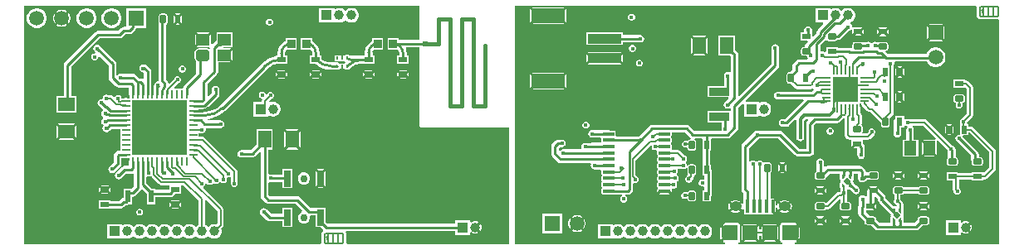
<source format=gtl>
G04*
G04 #@! TF.GenerationSoftware,Altium Limited,Altium Designer,21.3.2 (30)*
G04*
G04 Layer_Physical_Order=1*
G04 Layer_Color=255*
%FSLAX44Y44*%
%MOMM*%
G71*
G04*
G04 #@! TF.SameCoordinates,BB622590-8895-4630-97EF-0A5410F07859*
G04*
G04*
G04 #@! TF.FilePolarity,Positive*
G04*
G01*
G75*
%ADD13C,0.2540*%
%ADD14C,0.2000*%
%ADD15C,0.1270*%
G04:AMPARAMS|DCode=16|XSize=0.4mm|YSize=1.2mm|CornerRadius=0.05mm|HoleSize=0mm|Usage=FLASHONLY|Rotation=90.000|XOffset=0mm|YOffset=0mm|HoleType=Round|Shape=RoundedRectangle|*
%AMROUNDEDRECTD16*
21,1,0.4000,1.1000,0,0,90.0*
21,1,0.3000,1.2000,0,0,90.0*
1,1,0.1000,0.5500,0.1500*
1,1,0.1000,0.5500,-0.1500*
1,1,0.1000,-0.5500,-0.1500*
1,1,0.1000,-0.5500,0.1500*
%
%ADD16ROUNDEDRECTD16*%
%ADD17R,3.5000X1.0000*%
%ADD18R,3.4000X1.5000*%
%ADD19R,0.4800X0.4800*%
%ADD20R,1.8000X1.4000*%
%ADD21R,1.3000X1.5000*%
%ADD22R,1.5000X1.5500*%
%ADD23R,0.4000X1.3500*%
%ADD24R,2.1000X0.9000*%
%ADD25R,2.6000X2.6000*%
%ADD26R,0.8500X0.2000*%
%ADD27R,0.2000X0.8500*%
G04:AMPARAMS|DCode=28|XSize=0.2mm|YSize=0.85mm|CornerRadius=0.05mm|HoleSize=0mm|Usage=FLASHONLY|Rotation=180.000|XOffset=0mm|YOffset=0mm|HoleType=Round|Shape=RoundedRectangle|*
%AMROUNDEDRECTD28*
21,1,0.2000,0.7500,0,0,180.0*
21,1,0.1000,0.8500,0,0,180.0*
1,1,0.1000,-0.0500,0.3750*
1,1,0.1000,0.0500,0.3750*
1,1,0.1000,0.0500,-0.3750*
1,1,0.1000,-0.0500,-0.3750*
%
%ADD28ROUNDEDRECTD28*%
%ADD29P,0.6788X4X360.0*%
%ADD30R,0.2500X0.2200*%
%ADD31R,0.2500X0.2200*%
%ADD32R,0.6000X1.3000*%
%ADD33R,1.4000X1.2000*%
G04:AMPARAMS|DCode=34|XSize=1.2mm|YSize=1.4mm|CornerRadius=0.3mm|HoleSize=0mm|Usage=FLASHONLY|Rotation=90.000|XOffset=0mm|YOffset=0mm|HoleType=Round|Shape=RoundedRectangle|*
%AMROUNDEDRECTD34*
21,1,1.2000,0.8000,0,0,90.0*
21,1,0.6000,1.4000,0,0,90.0*
1,1,0.6000,0.4000,0.3000*
1,1,0.6000,0.4000,-0.3000*
1,1,0.6000,-0.4000,-0.3000*
1,1,0.6000,-0.4000,0.3000*
%
%ADD34ROUNDEDRECTD34*%
%ADD35O,0.2500X0.8500*%
%ADD36R,0.2500X0.8500*%
%ADD37R,0.8500X0.2500*%
%ADD38R,5.6000X5.6000*%
%ADD39R,0.2000X0.3000*%
G04:AMPARAMS|DCode=40|XSize=0.3mm|YSize=0.2mm|CornerRadius=0.05mm|HoleSize=0mm|Usage=FLASHONLY|Rotation=270.000|XOffset=0mm|YOffset=0mm|HoleType=Round|Shape=RoundedRectangle|*
%AMROUNDEDRECTD40*
21,1,0.3000,0.1000,0,0,270.0*
21,1,0.2000,0.2000,0,0,270.0*
1,1,0.1000,-0.0500,-0.1000*
1,1,0.1000,-0.0500,0.1000*
1,1,0.1000,0.0500,0.1000*
1,1,0.1000,0.0500,-0.1000*
%
%ADD40ROUNDEDRECTD40*%
%ADD41R,0.8000X1.7000*%
%ADD42R,1.4000X1.8000*%
%ADD43R,0.9000X0.6000*%
G04:AMPARAMS|DCode=44|XSize=0.6mm|YSize=0.9mm|CornerRadius=0.15mm|HoleSize=0mm|Usage=FLASHONLY|Rotation=270.000|XOffset=0mm|YOffset=0mm|HoleType=Round|Shape=RoundedRectangle|*
%AMROUNDEDRECTD44*
21,1,0.6000,0.6000,0,0,270.0*
21,1,0.3000,0.9000,0,0,270.0*
1,1,0.3000,-0.3000,-0.1500*
1,1,0.3000,-0.3000,0.1500*
1,1,0.3000,0.3000,0.1500*
1,1,0.3000,0.3000,-0.1500*
%
%ADD44ROUNDEDRECTD44*%
%ADD45R,0.6000X0.9000*%
G04:AMPARAMS|DCode=46|XSize=0.6mm|YSize=0.9mm|CornerRadius=0.15mm|HoleSize=0mm|Usage=FLASHONLY|Rotation=0.000|XOffset=0mm|YOffset=0mm|HoleType=Round|Shape=RoundedRectangle|*
%AMROUNDEDRECTD46*
21,1,0.6000,0.6000,0,0,0.0*
21,1,0.3000,0.9000,0,0,0.0*
1,1,0.3000,0.1500,-0.3000*
1,1,0.3000,-0.1500,-0.3000*
1,1,0.3000,-0.1500,0.3000*
1,1,0.3000,0.1500,0.3000*
%
%ADD46ROUNDEDRECTD46*%
%ADD47R,0.8900X0.9400*%
%ADD48R,1.2000X1.5500*%
%ADD49R,1.2000X1.5500*%
%ADD90C,0.4000*%
%ADD91C,0.3000*%
%ADD92O,0.9000X1.5500*%
%ADD93O,1.2500X0.9500*%
%ADD94R,1.5000X1.5000*%
%ADD95C,1.5000*%
%ADD96R,1.5000X1.5000*%
%ADD97C,1.0000*%
%ADD98R,1.0000X1.0000*%
%ADD99C,0.7500*%
%ADD100C,0.4500*%
%ADD101C,0.5000*%
G36*
X905410Y747000D02*
Y711885D01*
X884570D01*
Y713970D01*
X873130D01*
Y702030D01*
X883529D01*
X884703Y700274D01*
X885150Y698024D01*
X885115Y697850D01*
Y695977D01*
X883230D01*
Y687438D01*
X894770D01*
Y695977D01*
X892885D01*
Y697850D01*
X892931D01*
X892451Y701494D01*
X891802Y703059D01*
X892508Y704115D01*
X905410D01*
Y625000D01*
X905607Y624009D01*
X906169Y623169D01*
X907009Y622607D01*
X908000Y622410D01*
X997000D01*
Y503000D01*
X832064D01*
X831143Y504270D01*
X831237Y504744D01*
Y513256D01*
X830991Y514495D01*
X830757Y514845D01*
X831435Y516115D01*
X942460D01*
Y512460D01*
X957540D01*
Y514634D01*
X958713Y515120D01*
X959148Y514685D01*
X961453Y513730D01*
X963947D01*
X966229Y514675D01*
X961802Y519102D01*
X962700Y520000D01*
X961802Y520898D01*
X966229Y525325D01*
X963947Y526270D01*
X961453D01*
X959148Y525315D01*
X958713Y524880D01*
X957540Y525366D01*
Y527540D01*
X942460D01*
Y523885D01*
X812109D01*
X810270Y525724D01*
Y539770D01*
X802846D01*
X802270Y539885D01*
X794609D01*
X783747Y550747D01*
X782487Y551589D01*
X781000Y551885D01*
X753609D01*
X751885Y553609D01*
Y565712D01*
X753155Y566548D01*
X754060Y566367D01*
X765730D01*
Y560230D01*
X776270D01*
Y579770D01*
X765730D01*
Y574137D01*
X754060D01*
X753155Y573957D01*
X751885Y574792D01*
Y599730D01*
X756270D01*
Y620270D01*
X739730D01*
Y605224D01*
X733598Y599092D01*
X724208D01*
X722721Y598796D01*
X721461Y597954D01*
X720619Y596694D01*
X720323Y595207D01*
X720619Y593721D01*
X721461Y592461D01*
X722721Y591619D01*
X724208Y591323D01*
X735208D01*
X736694Y591619D01*
X737954Y592461D01*
X742942Y597448D01*
X744115Y596962D01*
Y552000D01*
X744411Y550513D01*
X745253Y549253D01*
X749253Y545253D01*
X750513Y544411D01*
X752000Y544115D01*
X779391D01*
X786107Y537399D01*
X785809Y535901D01*
X784437Y535332D01*
X782668Y533563D01*
X781710Y531251D01*
Y528749D01*
X782668Y526437D01*
X784437Y524668D01*
X786749Y523710D01*
X789251D01*
X791563Y524668D01*
X793332Y526437D01*
X794290Y528749D01*
Y531251D01*
X794867Y532115D01*
X799730D01*
Y520230D01*
X804776D01*
X807296Y517710D01*
X807430Y516513D01*
X807237Y516071D01*
X806711Y515545D01*
X806009Y514495D01*
X805763Y513256D01*
Y504744D01*
X805857Y504270D01*
X804936Y503000D01*
X503000D01*
X503000Y747000D01*
X905410Y747000D01*
D02*
G37*
G36*
X1472935Y747000D02*
X1473857Y745730D01*
X1473763Y745256D01*
Y736744D01*
X1474009Y735505D01*
X1474711Y734455D01*
X1475455Y733711D01*
X1476505Y733009D01*
X1477744Y732763D01*
X1495256D01*
X1495730Y732857D01*
X1497000Y731936D01*
X1497000Y503000D01*
X1288656D01*
X1288531Y504270D01*
X1288996Y504363D01*
X1289836Y504924D01*
X1290398Y505764D01*
X1290432Y505936D01*
X1291083Y506371D01*
X1287102Y510352D01*
X1288898Y512148D01*
X1292879Y508167D01*
X1293435Y508999D01*
X1293883Y511250D01*
Y517750D01*
X1293435Y520001D01*
X1292879Y520833D01*
X1288898Y516852D01*
X1287102Y518648D01*
X1291083Y522629D01*
X1290434Y523063D01*
X1290398Y523246D01*
X1289836Y524086D01*
X1288996Y524648D01*
X1288005Y524845D01*
X1276005D01*
X1275014Y524648D01*
X1274174Y524086D01*
X1273613Y523246D01*
X1273416Y522255D01*
Y506755D01*
X1273613Y505764D01*
X1274174Y504924D01*
X1275014Y504363D01*
X1275480Y504270D01*
X1275355Y503000D01*
X1230656D01*
X1230531Y504270D01*
X1230996Y504362D01*
X1231836Y504924D01*
X1232398Y505764D01*
X1232595Y506755D01*
Y522255D01*
X1232398Y523246D01*
X1231836Y524086D01*
X1230996Y524648D01*
X1230005Y524845D01*
X1218005D01*
X1217014Y524648D01*
X1216174Y524086D01*
X1215612Y523246D01*
X1215577Y523071D01*
X1214917Y522629D01*
X1218898Y518648D01*
X1217102Y516852D01*
X1213121Y520833D01*
X1212565Y520001D01*
X1212117Y517750D01*
Y511250D01*
X1212565Y508999D01*
X1213121Y508167D01*
X1217102Y512148D01*
X1218898Y510352D01*
X1214917Y506371D01*
X1215580Y505928D01*
X1215612Y505764D01*
X1216174Y504924D01*
X1217014Y504362D01*
X1217479Y504270D01*
X1217354Y503000D01*
X1003000D01*
X1003000Y747000D01*
X1472935Y747000D01*
D02*
G37*
G36*
X811496Y507000D02*
X810997D01*
Y510174D01*
X810992Y510168D01*
X810962Y510145D01*
X810927Y510110D01*
X810868Y510069D01*
X810804Y510016D01*
X810722Y509957D01*
X810628Y509893D01*
X810522Y509828D01*
X810516D01*
X810510Y509822D01*
X810475Y509799D01*
X810417Y509769D01*
X810346Y509734D01*
X810264Y509693D01*
X810176Y509652D01*
X810088Y509611D01*
X810000Y509576D01*
Y510057D01*
X810006D01*
X810018Y510069D01*
X810041Y510075D01*
X810070Y510092D01*
X810106Y510110D01*
X810147Y510133D01*
X810246Y510192D01*
X810364Y510256D01*
X810481Y510339D01*
X810604Y510432D01*
X810728Y510532D01*
X810733Y510538D01*
X810739Y510544D01*
X810757Y510561D01*
X810780Y510579D01*
X810833Y510638D01*
X810904Y510708D01*
X810974Y510790D01*
X811050Y510884D01*
X811115Y510978D01*
X811173Y511078D01*
X811496D01*
Y507000D01*
D02*
G37*
G36*
X1479496Y739000D02*
X1478997D01*
Y742174D01*
X1478992Y742168D01*
X1478962Y742145D01*
X1478927Y742110D01*
X1478868Y742069D01*
X1478804Y742016D01*
X1478722Y741957D01*
X1478628Y741893D01*
X1478522Y741828D01*
X1478516D01*
X1478510Y741822D01*
X1478475Y741799D01*
X1478417Y741769D01*
X1478346Y741734D01*
X1478264Y741693D01*
X1478176Y741652D01*
X1478088Y741611D01*
X1478000Y741576D01*
Y742057D01*
X1478006D01*
X1478018Y742069D01*
X1478041Y742075D01*
X1478070Y742092D01*
X1478106Y742110D01*
X1478147Y742133D01*
X1478246Y742192D01*
X1478364Y742256D01*
X1478481Y742338D01*
X1478604Y742432D01*
X1478728Y742532D01*
X1478733Y742538D01*
X1478739Y742544D01*
X1478757Y742561D01*
X1478780Y742579D01*
X1478833Y742638D01*
X1478904Y742708D01*
X1478974Y742790D01*
X1479050Y742884D01*
X1479115Y742978D01*
X1479173Y743078D01*
X1479496D01*
Y739000D01*
D02*
G37*
%LPC*%
G36*
X837393Y744540D02*
X835407D01*
X833490Y744026D01*
X831770Y743034D01*
X830895Y742158D01*
X830050Y741774D01*
X829205Y742158D01*
X828330Y743034D01*
X826610Y744026D01*
X824693Y744540D01*
X822707D01*
X820790Y744026D01*
X819810Y743461D01*
X818540Y744194D01*
Y744540D01*
X803460D01*
Y729460D01*
X818540D01*
Y729806D01*
X819810Y730539D01*
X820790Y729974D01*
X822707Y729460D01*
X824693D01*
X826610Y729974D01*
X828330Y730966D01*
X829205Y731842D01*
X830050Y732226D01*
X830895Y731842D01*
X831770Y730966D01*
X833490Y729974D01*
X835407Y729460D01*
X837393D01*
X839310Y729974D01*
X841030Y730966D01*
X842433Y732370D01*
X843426Y734090D01*
X843940Y736007D01*
Y737993D01*
X843426Y739910D01*
X842433Y741630D01*
X841030Y743034D01*
X839310Y744026D01*
X837393Y744540D01*
D02*
G37*
G36*
X661974Y738770D02*
X657026D01*
X659500Y736296D01*
X661974Y738770D01*
D02*
G37*
G36*
X542212Y742770D02*
X539903D01*
X537672Y742172D01*
X535776Y741077D01*
X541058Y735796D01*
X546339Y741077D01*
X544442Y742172D01*
X542212Y742770D01*
D02*
G37*
G36*
X655230Y736974D02*
Y729026D01*
X658602Y732398D01*
X659500Y731500D01*
X660398Y732398D01*
X663770Y729026D01*
Y736974D01*
X660398Y733602D01*
X659500Y734500D01*
X658602Y733602D01*
X655230Y736974D01*
D02*
G37*
G36*
X548135Y739281D02*
X542854Y734000D01*
X548135Y728719D01*
X549230Y730615D01*
X549827Y732845D01*
Y735155D01*
X549230Y737385D01*
X548135Y739281D01*
D02*
G37*
G36*
X533980Y739281D02*
X532885Y737385D01*
X532287Y735155D01*
Y732845D01*
X532885Y730615D01*
X533980Y728719D01*
X539262Y734000D01*
X533980Y739281D01*
D02*
G37*
G36*
X659500Y729704D02*
X657026Y727230D01*
X661974D01*
X659500Y729704D01*
D02*
G37*
G36*
X753700Y733520D02*
X752300D01*
X751006Y732984D01*
X750016Y731994D01*
X749480Y730700D01*
Y729300D01*
X750016Y728006D01*
X751006Y727016D01*
X752300Y726480D01*
X753700D01*
X754994Y727016D01*
X755984Y728006D01*
X756520Y729300D01*
Y730700D01*
X755984Y731994D01*
X754994Y732984D01*
X753700Y733520D01*
D02*
G37*
G36*
X541058Y732204D02*
X535776Y726923D01*
X537672Y725828D01*
X539903Y725230D01*
X542212D01*
X544442Y725828D01*
X546339Y726923D01*
X541058Y732204D01*
D02*
G37*
G36*
X593179Y744040D02*
X590536D01*
X587982Y743356D01*
X585693Y742034D01*
X583824Y740165D01*
X582502Y737875D01*
X581818Y735322D01*
Y732678D01*
X582502Y730125D01*
X583824Y727835D01*
X585693Y725966D01*
X587982Y724644D01*
X590536Y723960D01*
X593179D01*
X595733Y724644D01*
X598022Y725966D01*
X599892Y727835D01*
X601213Y730125D01*
X601897Y732678D01*
Y735322D01*
X601213Y737875D01*
X599892Y740165D01*
X598022Y742034D01*
X595733Y743356D01*
X593179Y744040D01*
D02*
G37*
G36*
X567779D02*
X565136D01*
X562582Y743356D01*
X560293Y742034D01*
X558424Y740165D01*
X557102Y737875D01*
X556418Y735322D01*
Y732678D01*
X557102Y730125D01*
X558424Y727835D01*
X560293Y725966D01*
X562582Y724644D01*
X565136Y723960D01*
X567779D01*
X570333Y724644D01*
X572622Y725966D01*
X574492Y727835D01*
X575813Y730125D01*
X576497Y732678D01*
Y735322D01*
X575813Y737875D01*
X574492Y740165D01*
X572622Y742034D01*
X570333Y743356D01*
X567779Y744040D01*
D02*
G37*
G36*
X516979D02*
X514336D01*
X511782Y743356D01*
X509493Y742034D01*
X507623Y740165D01*
X506302Y737875D01*
X505617Y735322D01*
Y732678D01*
X506302Y730125D01*
X507623Y727835D01*
X509493Y725966D01*
X511782Y724644D01*
X514336Y723960D01*
X516979D01*
X519533Y724644D01*
X521822Y725966D01*
X523691Y727835D01*
X525013Y730125D01*
X525697Y732678D01*
Y735322D01*
X525013Y737875D01*
X523691Y740165D01*
X521822Y742034D01*
X519533Y743356D01*
X516979Y744040D01*
D02*
G37*
G36*
X676730Y717474D02*
Y706526D01*
X682204Y712000D01*
X676730Y717474D01*
D02*
G37*
G36*
X868870Y713970D02*
X857430D01*
Y710508D01*
X856614Y710171D01*
X853907Y708093D01*
X851830Y705386D01*
X850524Y702233D01*
X850078Y698850D01*
X850115D01*
Y695977D01*
X848230D01*
X848193Y695600D01*
X848092Y695592D01*
X836386D01*
X835120Y695605D01*
X834756Y695756D01*
X834747Y695747D01*
X833487Y696589D01*
X832000Y696885D01*
X830513Y696589D01*
X830251Y696414D01*
X829270Y695770D01*
Y695770D01*
X829270Y695770D01*
X824730Y695770D01*
X823460Y695770D01*
X819730D01*
Y690230D01*
X824270Y690230D01*
X825540Y690230D01*
X829270D01*
X830005Y689281D01*
X830020Y688729D01*
X829033Y687770D01*
X824730D01*
X824730Y687770D01*
Y687770D01*
X823748Y688414D01*
X823487Y688589D01*
X822000Y688885D01*
X816193D01*
X816061Y688858D01*
X812476Y689211D01*
X808901Y690296D01*
X805770Y691969D01*
Y695977D01*
X803885D01*
Y698700D01*
X803923D01*
X803473Y702122D01*
X802152Y705312D01*
X800050Y708050D01*
X797312Y710152D01*
X796420Y710521D01*
Y713970D01*
X784980D01*
Y702030D01*
X794925D01*
X795752Y700793D01*
X796142Y698832D01*
X796115Y698700D01*
Y695977D01*
X794230D01*
Y687438D01*
X799024D01*
X800445Y686225D01*
X804029Y684028D01*
X807914Y682419D01*
X812002Y681437D01*
X816193Y681107D01*
Y681115D01*
X822000D01*
X823487Y681411D01*
X823749Y681586D01*
X824730Y682230D01*
Y682230D01*
X824730Y682230D01*
X829270D01*
X829270Y682230D01*
Y682230D01*
X830252Y681586D01*
X830513Y681411D01*
X832000Y681115D01*
X833487Y681411D01*
X834747Y682253D01*
Y682253D01*
X834750Y682306D01*
X837607Y684651D01*
X840901Y686412D01*
X844476Y687496D01*
X846960Y687741D01*
X848230Y687438D01*
Y687438D01*
X859770D01*
Y695977D01*
X857885D01*
Y698850D01*
X857860Y698975D01*
X858240Y700884D01*
X859005Y702030D01*
X868870D01*
Y713970D01*
D02*
G37*
G36*
X715270Y701474D02*
X709796Y696000D01*
X715270Y690526D01*
Y701474D01*
D02*
G37*
G36*
X664700Y685520D02*
X663300D01*
X662006Y684984D01*
X661016Y683994D01*
X660480Y682700D01*
Y681300D01*
X661016Y680006D01*
X662006Y679016D01*
X663300Y678480D01*
X664700D01*
X665994Y679016D01*
X666984Y680006D01*
X667520Y681300D01*
Y682700D01*
X666984Y683994D01*
X665994Y684984D01*
X664700Y685520D01*
D02*
G37*
G36*
X770654Y679065D02*
X768296Y676708D01*
X770654Y674350D01*
X770824Y675208D01*
Y678207D01*
X770654Y679065D01*
D02*
G37*
G36*
X894654D02*
X892296Y676708D01*
X894654Y674350D01*
X894824Y675208D01*
Y678207D01*
X894654Y679065D01*
D02*
G37*
G36*
X805654Y679065D02*
X803296Y676708D01*
X805654Y674350D01*
X805824Y675208D01*
Y678207D01*
X805654Y679065D01*
D02*
G37*
G36*
X883346Y679065D02*
X883176Y678207D01*
Y675208D01*
X883346Y674350D01*
X885704Y676708D01*
X883346Y679065D01*
D02*
G37*
G36*
X759346D02*
X759176Y678207D01*
Y675208D01*
X759346Y674350D01*
X761704Y676708D01*
X759346Y679065D01*
D02*
G37*
G36*
X859654Y679065D02*
X857296Y676707D01*
X859654Y674350D01*
X859824Y675208D01*
Y678207D01*
X859654Y679065D01*
D02*
G37*
G36*
X794346Y679065D02*
X794176Y678207D01*
Y675208D01*
X794346Y674350D01*
X796704Y676708D01*
X794346Y679065D01*
D02*
G37*
G36*
X848346Y679065D02*
X848176Y678207D01*
Y675208D01*
X848346Y674350D01*
X850704Y676707D01*
X848346Y679065D01*
D02*
G37*
G36*
X892000Y681032D02*
X886000D01*
X885142Y680861D01*
X888398Y677606D01*
X887500Y676708D01*
X888398Y675809D01*
X885142Y672554D01*
X886000Y672383D01*
X892000D01*
X892858Y672554D01*
X889602Y675809D01*
X890500Y676708D01*
X889602Y677606D01*
X892858Y680861D01*
X892000Y681032D01*
D02*
G37*
G36*
X803000D02*
X797000D01*
X796142Y680861D01*
X799398Y677606D01*
X798500Y676708D01*
X799398Y675809D01*
X796142Y672554D01*
X797000Y672383D01*
X803000D01*
X803858Y672554D01*
X800602Y675809D01*
X801500Y676708D01*
X800602Y677606D01*
X803858Y680861D01*
X803000Y681032D01*
D02*
G37*
G36*
X768000D02*
X762000D01*
X761142Y680861D01*
X764398Y677606D01*
X763500Y676708D01*
X764398Y675809D01*
X761142Y672554D01*
X762000Y672383D01*
X768000D01*
X768858Y672554D01*
X765602Y675809D01*
X766500Y676708D01*
X765602Y677606D01*
X768858Y680861D01*
X768000Y681032D01*
D02*
G37*
G36*
X857000Y681032D02*
X851000D01*
X850142Y680861D01*
X853398Y677606D01*
X852500Y676707D01*
X853398Y675809D01*
X850142Y672554D01*
X851000Y672383D01*
X857000D01*
X857858Y672554D01*
X854602Y675809D01*
X855500Y676707D01*
X854602Y677606D01*
X857858Y680861D01*
X857000Y681032D01*
D02*
G37*
G36*
X646000Y738824D02*
X643000D01*
X641919Y738609D01*
X641003Y737997D01*
X640391Y737081D01*
X640176Y736000D01*
Y733873D01*
X639931Y733507D01*
X639635Y732020D01*
Y670430D01*
X639043Y669253D01*
X637556Y668957D01*
X636296Y668115D01*
X635454Y666855D01*
X635317Y666165D01*
X634646Y665161D01*
X634350Y663675D01*
X634477Y663040D01*
X633633Y661770D01*
X632385D01*
Y679500D01*
X632089Y680987D01*
X631247Y682247D01*
X627747Y685747D01*
X626487Y686589D01*
X625000Y686885D01*
X623513Y686589D01*
X623045Y686276D01*
X622621Y686191D01*
X621361Y685349D01*
X620518Y684089D01*
X620223Y682602D01*
X620518Y681116D01*
X621361Y679856D01*
X622621Y679014D01*
X623709Y678797D01*
X624615Y677891D01*
Y672528D01*
X623345Y671849D01*
X622987Y672089D01*
X621500Y672385D01*
X620109D01*
X616462Y676032D01*
X615201Y676874D01*
X613715Y677170D01*
X601285D01*
X599799Y676874D01*
X598538Y676032D01*
X598155Y675458D01*
X596885Y675843D01*
Y687000D01*
X596589Y688487D01*
X595747Y689747D01*
X579747Y705747D01*
X578487Y706589D01*
X577000Y706885D01*
X575513Y706589D01*
X574253Y705747D01*
X573411Y704487D01*
X573115Y703000D01*
X573411Y701513D01*
X574253Y700253D01*
X575393Y699113D01*
X574855Y697855D01*
X573965D01*
X572671Y697319D01*
X571681Y696329D01*
X571145Y695035D01*
Y693635D01*
X571681Y692341D01*
X572671Y691351D01*
X573965Y690815D01*
X575365D01*
X576659Y691351D01*
X577649Y692341D01*
X578185Y693635D01*
Y694525D01*
X579444Y695062D01*
X589115Y685391D01*
Y673000D01*
X589411Y671513D01*
X590253Y670253D01*
X596253Y664253D01*
X597513Y663411D01*
X599000Y663115D01*
X609615D01*
Y656250D01*
X609911Y654763D01*
X610548Y653810D01*
X610460Y652540D01*
X609405Y652020D01*
X608693D01*
X607989Y652491D01*
X606750Y652737D01*
X605511Y652491D01*
X604959Y652122D01*
X602080D01*
Y652772D01*
X601544Y654066D01*
X600554Y655056D01*
X599260Y655592D01*
X597860D01*
X596566Y655056D01*
X595576Y654066D01*
X595358Y653539D01*
X593867Y653233D01*
X592884Y654216D01*
X591834Y654918D01*
X590595Y655164D01*
X588313D01*
X587140Y655650D01*
X585740D01*
X584446Y655114D01*
X583456Y654124D01*
X582920Y652830D01*
Y652261D01*
X581745Y651200D01*
X581645Y651220D01*
X581285D01*
X579799Y650924D01*
X578539Y650082D01*
X577696Y648822D01*
X577401Y647335D01*
X577696Y645849D01*
X578539Y644588D01*
X579623Y643864D01*
X582850Y640637D01*
X582928Y639935D01*
X582812Y639084D01*
X582596Y638940D01*
X581754Y637680D01*
X581459Y636193D01*
X581754Y634706D01*
X582596Y633446D01*
X582971Y633071D01*
X583175Y632935D01*
X583138Y631432D01*
X582515Y631016D01*
X581673Y629755D01*
X581377Y628269D01*
X581673Y626782D01*
X582515Y625522D01*
X583044Y625168D01*
X583602Y624228D01*
X583346Y623555D01*
X582851Y622815D01*
X582555Y621328D01*
X582851Y619841D01*
X583693Y618581D01*
X584953Y617739D01*
X586440Y617443D01*
X586970D01*
X588457Y617739D01*
X589717Y618581D01*
X591751Y620615D01*
X601230D01*
Y617020D01*
X601230D01*
Y606980D01*
Y598385D01*
X599500D01*
X598013Y598089D01*
X596753Y597247D01*
X595253Y595747D01*
X594411Y594487D01*
X594115Y593000D01*
Y586609D01*
X589753Y582247D01*
X588911Y580987D01*
X588615Y579500D01*
X588911Y578013D01*
X589753Y576753D01*
X591013Y575911D01*
X592500Y575615D01*
X593987Y575911D01*
X595247Y576753D01*
X600747Y582253D01*
X601589Y583513D01*
X601885Y585000D01*
Y590615D01*
X606750D01*
X608237Y590911D01*
X609190Y591548D01*
X610460Y591460D01*
X610548Y590190D01*
X609911Y589237D01*
X609615Y587750D01*
Y582885D01*
X605000D01*
X603513Y582589D01*
X602253Y581747D01*
X596253Y575747D01*
X595411Y574487D01*
X595115Y573000D01*
X595411Y571513D01*
X596253Y570253D01*
X597513Y569411D01*
X599000Y569115D01*
X600487Y569411D01*
X601747Y570253D01*
X606609Y575115D01*
X612012D01*
X613345Y575381D01*
X613808Y575246D01*
X614615Y574814D01*
Y561846D01*
X612185Y559416D01*
X604000D01*
Y550165D01*
X603192Y550005D01*
X601932Y549162D01*
X599904Y547135D01*
X590770D01*
Y547770D01*
X579230D01*
Y539230D01*
X590770D01*
Y539365D01*
X601513D01*
X603000Y539661D01*
X604260Y540503D01*
X606288Y542531D01*
X606540D01*
X608027Y542827D01*
X609287Y543669D01*
X609494Y543876D01*
X612540D01*
Y551444D01*
X613592D01*
X615079Y551740D01*
X616339Y552582D01*
X621247Y557490D01*
X621803Y558323D01*
X623074Y558612D01*
X623349Y558573D01*
X628000Y553922D01*
Y543876D01*
X636540D01*
Y550731D01*
X652075D01*
X653561Y551026D01*
X654821Y551869D01*
X656309Y553356D01*
X656893Y554230D01*
X662563D01*
Y562770D01*
X663615Y563295D01*
X665127D01*
X680663Y547759D01*
Y522837D01*
X679270Y522034D01*
X678395Y521158D01*
X677550Y520774D01*
X676705Y521158D01*
X675830Y522034D01*
X674110Y523026D01*
X672193Y523540D01*
X670207D01*
X668290Y523026D01*
X666570Y522034D01*
X665695Y521158D01*
X664850Y520774D01*
X664005Y521158D01*
X663130Y522034D01*
X661410Y523026D01*
X659493Y523540D01*
X657507D01*
X655590Y523026D01*
X653870Y522034D01*
X652995Y521158D01*
X652150Y520774D01*
X651305Y521158D01*
X650430Y522034D01*
X648710Y523026D01*
X646793Y523540D01*
X644807D01*
X642890Y523026D01*
X641170Y522034D01*
X640295Y521158D01*
X639450Y520774D01*
X638605Y521158D01*
X637730Y522034D01*
X636010Y523026D01*
X634093Y523540D01*
X632107D01*
X630190Y523026D01*
X628470Y522034D01*
X627595Y521158D01*
X626750Y520774D01*
X625905Y521158D01*
X625030Y522034D01*
X623310Y523026D01*
X621393Y523540D01*
X619407D01*
X617490Y523026D01*
X615770Y522034D01*
X614895Y521158D01*
X614050Y520774D01*
X613205Y521158D01*
X612330Y522034D01*
X610610Y523026D01*
X608693Y523540D01*
X606707D01*
X604790Y523026D01*
X603810Y522461D01*
X602540Y523194D01*
Y523540D01*
X587460D01*
Y508460D01*
X602540D01*
Y508806D01*
X603810Y509539D01*
X604790Y508974D01*
X606707Y508460D01*
X608693D01*
X610610Y508974D01*
X612330Y509967D01*
X613205Y510842D01*
X614050Y511226D01*
X614895Y510842D01*
X615770Y509967D01*
X617490Y508974D01*
X619407Y508460D01*
X621393D01*
X623310Y508974D01*
X625030Y509967D01*
X625905Y510842D01*
X626750Y511226D01*
X627595Y510842D01*
X628470Y509967D01*
X630190Y508974D01*
X632107Y508460D01*
X634093D01*
X636010Y508974D01*
X637730Y509967D01*
X638605Y510842D01*
X639450Y511226D01*
X640295Y510842D01*
X641170Y509967D01*
X642890Y508974D01*
X644807Y508460D01*
X646793D01*
X648710Y508974D01*
X650430Y509967D01*
X651305Y510842D01*
X652150Y511226D01*
X652995Y510842D01*
X653870Y509967D01*
X655590Y508974D01*
X657507Y508460D01*
X659493D01*
X661410Y508974D01*
X663130Y509967D01*
X664005Y510842D01*
X664850Y511226D01*
X665695Y510842D01*
X666570Y509967D01*
X668290Y508974D01*
X670207Y508460D01*
X672193D01*
X674110Y508974D01*
X675830Y509967D01*
X676705Y510842D01*
X677550Y511226D01*
X678395Y510842D01*
X679270Y509967D01*
X680990Y508974D01*
X682907Y508460D01*
X684893D01*
X686810Y508974D01*
X688530Y509967D01*
X689405Y510842D01*
X690250Y511226D01*
X691095Y510842D01*
X691970Y509967D01*
X693690Y508974D01*
X695607Y508460D01*
X697593D01*
X699510Y508974D01*
X701230Y509967D01*
X702634Y511370D01*
X703626Y513090D01*
X704140Y515007D01*
Y516993D01*
X703724Y518546D01*
X705289Y520111D01*
X705991Y521161D01*
X706237Y522400D01*
Y538000D01*
X705991Y539239D01*
X705289Y540289D01*
X685247Y560332D01*
X685545Y561830D01*
X685994Y562016D01*
X686984Y563006D01*
X687520Y564300D01*
X688790Y565092D01*
X689016Y565006D01*
X690006Y564016D01*
X691300Y563480D01*
X692700D01*
X693994Y564016D01*
X694984Y565006D01*
X695872Y565275D01*
X696186Y565065D01*
X697425Y564819D01*
X697577D01*
X698260Y564536D01*
X699660D01*
X700954Y565072D01*
X701944Y566062D01*
X701975Y566137D01*
X702040Y566176D01*
X703433Y566339D01*
X704006Y565766D01*
X705300Y565230D01*
X706700D01*
X707994Y565766D01*
X708984Y566756D01*
X709520Y568050D01*
Y569450D01*
X709237Y570133D01*
Y570847D01*
X710293Y571553D01*
X710306Y571547D01*
X711706D01*
X712493Y571873D01*
X713763Y571187D01*
Y566383D01*
X713480Y565700D01*
Y564300D01*
X714016Y563006D01*
X715006Y562016D01*
X716300Y561480D01*
X717700D01*
X718994Y562016D01*
X719984Y563006D01*
X720520Y564300D01*
Y565700D01*
X720237Y566383D01*
Y577000D01*
X719991Y578239D01*
X719289Y579289D01*
X686789Y611789D01*
X685739Y612491D01*
X684500Y612737D01*
X680770D01*
Y616516D01*
X683420D01*
X683492Y616486D01*
X684892D01*
X686186Y617022D01*
X687176Y618012D01*
X687712Y619306D01*
Y620706D01*
X688337Y621642D01*
X703099D01*
X704585Y621937D01*
X705846Y622780D01*
X706688Y624040D01*
X706983Y625526D01*
X706688Y627013D01*
X705846Y628273D01*
X704585Y629115D01*
X703099Y629411D01*
X689483D01*
X689409Y629517D01*
X690035Y630840D01*
X691562Y630960D01*
X696033Y632034D01*
X700281Y633793D01*
X704201Y636196D01*
X707697Y639182D01*
X707686Y639193D01*
X749295Y680801D01*
X750176Y681683D01*
X751105Y682507D01*
X753326Y684330D01*
X756959Y686272D01*
X760800Y687438D01*
X770770D01*
Y695977D01*
X768885D01*
Y698000D01*
X768851Y698167D01*
X769289Y700366D01*
X770401Y702030D01*
X780720D01*
Y713970D01*
X769280D01*
Y710579D01*
X768035Y710063D01*
X765151Y707849D01*
X762937Y704965D01*
X761545Y701605D01*
X761071Y698000D01*
X761115D01*
Y695977D01*
X759230D01*
Y694947D01*
X756117Y694199D01*
X751949Y692473D01*
X748103Y690116D01*
X744673Y687186D01*
X744683Y687177D01*
X744683Y687176D01*
X702193Y644686D01*
X702094Y644539D01*
X698961Y641968D01*
X695232Y639975D01*
X691187Y638747D01*
X687152Y638350D01*
X686979Y638385D01*
X680770D01*
Y640615D01*
X686500D01*
X687987Y640911D01*
X689247Y641753D01*
X700747Y653253D01*
X701589Y654513D01*
X701885Y656000D01*
Y661000D01*
X701589Y662487D01*
X700747Y663747D01*
X699487Y664589D01*
X698000Y664885D01*
X696513Y664589D01*
X695253Y663747D01*
X694411Y662487D01*
X694115Y661000D01*
Y657609D01*
X691058Y654552D01*
X689885Y655038D01*
Y666934D01*
X699477Y676526D01*
X700319Y677786D01*
X700615Y679273D01*
Y688730D01*
X713474D01*
X707102Y695102D01*
X708000Y696000D01*
X707102Y696898D01*
X713474Y703270D01*
X706796D01*
X706148Y704540D01*
X706285Y704730D01*
X715270D01*
Y719270D01*
X698730D01*
Y710874D01*
X698655Y710859D01*
X697395Y710017D01*
X694540Y707162D01*
X693270Y707688D01*
Y717474D01*
X686898Y711102D01*
X685102Y712898D01*
X691474Y719270D01*
X678526D01*
X684898Y712898D01*
X684000Y712000D01*
X684898Y711102D01*
X678526Y704730D01*
X691514D01*
X692471Y703601D01*
X692418Y703265D01*
X691163Y702690D01*
X690666Y703022D01*
X689000Y703354D01*
X681000D01*
X679334Y703022D01*
X677922Y702078D01*
X676978Y700666D01*
X676646Y699000D01*
Y693000D01*
X676978Y691334D01*
X677922Y689921D01*
X678115Y689792D01*
Y677609D01*
X665753Y665247D01*
X664911Y663987D01*
X664615Y662500D01*
Y661770D01*
X656008D01*
X655521Y662943D01*
X660311Y667733D01*
X660994Y668016D01*
X661984Y669006D01*
X662520Y670300D01*
Y671700D01*
X661984Y672994D01*
X660994Y673984D01*
X659700Y674520D01*
X658300D01*
X657006Y673984D01*
X656016Y672994D01*
X655733Y672311D01*
X650644Y667222D01*
X649444Y667818D01*
X649209Y668997D01*
X648367Y670257D01*
X647405Y671219D01*
Y727607D01*
X647997Y728003D01*
X648609Y728919D01*
X648824Y730000D01*
Y736000D01*
X648609Y737081D01*
X647997Y737997D01*
X647081Y738609D01*
X646000Y738824D01*
D02*
G37*
G36*
X627297Y744040D02*
X607217D01*
Y725326D01*
X604585D01*
X603098Y725030D01*
X601838Y724188D01*
X598737Y721087D01*
X578202D01*
X576716Y720791D01*
X575455Y719949D01*
X544253Y688747D01*
X543411Y687487D01*
X543115Y686000D01*
Y654270D01*
X535730D01*
Y637730D01*
X556270D01*
Y654270D01*
X550885D01*
Y684391D01*
X579811Y713317D01*
X600346D01*
X601833Y713613D01*
X603093Y714455D01*
X606194Y717556D01*
X610011D01*
X611498Y717852D01*
X612758Y718694D01*
X616308Y722244D01*
X617150Y723504D01*
X617240Y723960D01*
X627297D01*
Y744040D01*
D02*
G37*
G36*
X746265Y658918D02*
X744865D01*
X743571Y658382D01*
X742581Y657392D01*
X742045Y656098D01*
Y654698D01*
X742581Y653404D01*
X743571Y652414D01*
X744734Y651932D01*
X744926Y651727D01*
X745377Y650608D01*
X745374Y650604D01*
X745128Y649365D01*
Y648540D01*
X736460D01*
Y633460D01*
X751540D01*
Y633806D01*
X752810Y634539D01*
X753790Y633974D01*
X755707Y633460D01*
X757693D01*
X759610Y633974D01*
X761330Y634967D01*
X762734Y636370D01*
X763726Y638090D01*
X764240Y640007D01*
Y641993D01*
X763726Y643910D01*
X762734Y645630D01*
X761330Y647033D01*
X759610Y648026D01*
X757693Y648540D01*
X755707D01*
X753790Y648026D01*
X752872Y647496D01*
X752864Y647500D01*
X752089Y648511D01*
X755289Y651711D01*
X755301Y651729D01*
X755994Y652016D01*
X756984Y653006D01*
X757520Y654300D01*
Y655700D01*
X756984Y656994D01*
X755994Y657984D01*
X754700Y658520D01*
X753300D01*
X752006Y657984D01*
X751016Y656994D01*
X750729Y656301D01*
X750711Y656289D01*
X750355Y655933D01*
X749860Y655997D01*
X748979Y656354D01*
X748549Y657392D01*
X747559Y658382D01*
X746265Y658918D01*
D02*
G37*
G36*
X782474Y620270D02*
X769526D01*
X776000Y613796D01*
X782474Y620270D01*
D02*
G37*
G36*
X535730Y624474D02*
Y611526D01*
X542204Y618000D01*
X535730Y624474D01*
D02*
G37*
G36*
X556270Y624474D02*
X549796Y618000D01*
X556270Y611526D01*
Y624474D01*
D02*
G37*
G36*
X784270Y618474D02*
X776898Y611102D01*
X776000Y612000D01*
X775102Y611102D01*
X767730Y618474D01*
Y601526D01*
X775102Y608898D01*
X776000Y608000D01*
X776898Y608898D01*
X784270Y601526D01*
Y618474D01*
D02*
G37*
G36*
X554474Y626270D02*
X537526D01*
X544898Y618898D01*
X544000Y618000D01*
X544898Y617102D01*
X537526Y609730D01*
X554474D01*
X547102Y617102D01*
X548000Y618000D01*
X547102Y618898D01*
X554474Y626270D01*
D02*
G37*
G36*
X776000Y606204D02*
X769526Y599730D01*
X782474D01*
X776000Y606204D01*
D02*
G37*
G36*
X808474Y579770D02*
X801526D01*
X805000Y576296D01*
X808474Y579770D01*
D02*
G37*
G36*
X789251Y576290D02*
X786749D01*
X784437Y575332D01*
X782668Y573563D01*
X781710Y571251D01*
Y568749D01*
X782668Y566437D01*
X784437Y564668D01*
X786749Y563710D01*
X789251D01*
X791563Y564668D01*
X793332Y566437D01*
X794290Y568749D01*
Y571251D01*
X793332Y573563D01*
X791563Y575332D01*
X789251Y576290D01*
D02*
G37*
G36*
X799730Y577974D02*
Y562026D01*
X804102Y566398D01*
X805000Y565500D01*
X805898Y566398D01*
X810270Y562026D01*
Y577974D01*
X805898Y573602D01*
X805000Y574500D01*
X804102Y573602D01*
X799730Y577974D01*
D02*
G37*
G36*
X805000Y563704D02*
X801526Y560230D01*
X808474D01*
X805000Y563704D01*
D02*
G37*
G36*
X579346Y560858D02*
X579176Y560000D01*
Y557000D01*
X579346Y556142D01*
X581704Y558500D01*
X579346Y560858D01*
D02*
G37*
G36*
X590654Y560858D02*
X588296Y558500D01*
X590654Y556142D01*
X590824Y557000D01*
Y560000D01*
X590654Y560858D01*
D02*
G37*
G36*
X588000Y562824D02*
X582000D01*
X581142Y562654D01*
X584398Y559398D01*
X583500Y558500D01*
X584398Y557602D01*
X581142Y554346D01*
X582000Y554176D01*
X588000D01*
X588858Y554346D01*
X585602Y557602D01*
X586500Y558500D01*
X585602Y559398D01*
X588858Y562654D01*
X588000Y562824D01*
D02*
G37*
G36*
X662446Y545858D02*
X660089Y543500D01*
X662446Y541142D01*
X662617Y542000D01*
Y545000D01*
X662446Y545858D01*
D02*
G37*
G36*
X651139Y545858D02*
X650968Y545000D01*
Y542000D01*
X651139Y541142D01*
X653497Y543500D01*
X651139Y545858D01*
D02*
G37*
G36*
X659793Y547824D02*
X653793D01*
X652935Y547654D01*
X656191Y544398D01*
X655293Y543500D01*
X656191Y542602D01*
X652935Y539346D01*
X653793Y539176D01*
X659793D01*
X660650Y539346D01*
X657395Y542602D01*
X658293Y543500D01*
X657395Y544398D01*
X660650Y547654D01*
X659793Y547824D01*
D02*
G37*
G36*
X621122Y539111D02*
X619722D01*
X618428Y538575D01*
X617438Y537584D01*
X616902Y536291D01*
Y534891D01*
X617438Y533597D01*
X618428Y532607D01*
X619722Y532071D01*
X621122D01*
X622416Y532607D01*
X623406Y533597D01*
X623942Y534891D01*
Y536291D01*
X623406Y537584D01*
X622416Y538575D01*
X621122Y539111D01*
D02*
G37*
G36*
X747000Y539885D02*
X745513Y539589D01*
X744253Y538747D01*
X743411Y537487D01*
X743115Y536000D01*
X743411Y534513D01*
X744253Y533253D01*
X750253Y527253D01*
X751513Y526411D01*
X753000Y526115D01*
X765730D01*
Y520230D01*
X776270D01*
Y539770D01*
X765730D01*
Y533885D01*
X754609D01*
X749747Y538747D01*
X748487Y539589D01*
X747000Y539885D01*
D02*
G37*
G36*
X968025Y523529D02*
X964496Y520000D01*
X968025Y516471D01*
X968970Y518753D01*
Y521247D01*
X968025Y523529D01*
D02*
G37*
%LPD*%
G36*
X632711Y571711D02*
X640179Y564243D01*
X641229Y563541D01*
X642468Y563295D01*
X649970D01*
X651023Y562770D01*
Y559724D01*
X650816Y559517D01*
X650136Y558500D01*
X636540D01*
Y559416D01*
X633494D01*
X627385Y565525D01*
Y571460D01*
X628655Y572295D01*
X629560Y572115D01*
X631047Y572411D01*
X631125Y572464D01*
X632009Y572761D01*
X632711Y571711D01*
D02*
G37*
G36*
X699763Y536659D02*
Y524129D01*
X698699Y523244D01*
X697593Y523540D01*
X695607D01*
X693690Y523026D01*
X691970Y522034D01*
X691095Y521158D01*
X690250Y520774D01*
X689405Y521158D01*
X688530Y522034D01*
X687137Y522837D01*
Y547489D01*
X688407Y548015D01*
X699763Y536659D01*
D02*
G37*
%LPC*%
G36*
X1343393Y744540D02*
X1341407D01*
X1339490Y744026D01*
X1337770Y743034D01*
X1336895Y742158D01*
X1336050Y741774D01*
X1335205Y742158D01*
X1334330Y743034D01*
X1332610Y744026D01*
X1330693Y744540D01*
X1328707D01*
X1326790Y744026D01*
X1325810Y743461D01*
X1324540Y744194D01*
Y744540D01*
X1309460D01*
Y729460D01*
X1317005D01*
X1317491Y728287D01*
X1311727Y722522D01*
X1310884Y721261D01*
X1310589Y719775D01*
Y718500D01*
X1307401Y715313D01*
X1306228Y715799D01*
Y719270D01*
X1305885D01*
Y722000D01*
X1305589Y723487D01*
X1304747Y724747D01*
X1303487Y725589D01*
X1302000Y725885D01*
X1300513Y725589D01*
X1299253Y724747D01*
X1298411Y723487D01*
X1298115Y722000D01*
Y719270D01*
X1294688D01*
Y710730D01*
X1301159D01*
X1301645Y709557D01*
X1299738Y707649D01*
X1298896Y706389D01*
X1298600Y704902D01*
Y704324D01*
X1297457D01*
X1296377Y704109D01*
X1295461Y703497D01*
X1294848Y702581D01*
X1294633Y701500D01*
Y698500D01*
X1294848Y697419D01*
X1295461Y696503D01*
X1296377Y695891D01*
X1297457Y695676D01*
X1300159D01*
X1300799Y694718D01*
X1300803Y694714D01*
X1300831Y694573D01*
X1301673Y693313D01*
X1301910Y693155D01*
X1301525Y691885D01*
X1293000D01*
X1291513Y691589D01*
X1290253Y690747D01*
X1286933Y687427D01*
X1286091Y686167D01*
X1285795Y684680D01*
Y681414D01*
X1283206Y678824D01*
X1283000D01*
X1281919Y678609D01*
X1281003Y677997D01*
X1280391Y677081D01*
X1280176Y676000D01*
Y670000D01*
X1280391Y668919D01*
X1281003Y668003D01*
X1281919Y667391D01*
X1283000Y667176D01*
X1283720D01*
X1288448Y662448D01*
X1289619Y661665D01*
X1291000Y661391D01*
X1304598D01*
X1305980Y661665D01*
X1306611Y662087D01*
X1307380Y661804D01*
X1307468Y660961D01*
X1305391Y658885D01*
X1271364D01*
X1269877Y658589D01*
X1268617Y657747D01*
X1268463Y657593D01*
X1267621Y656332D01*
X1267325Y654846D01*
X1267621Y653359D01*
X1268463Y652099D01*
X1269723Y651257D01*
X1271210Y650961D01*
X1271984Y651115D01*
X1296812D01*
X1297298Y649942D01*
X1278241Y630885D01*
X1275965D01*
X1274479Y630589D01*
X1273219Y629747D01*
X1272376Y628487D01*
X1272081Y627000D01*
X1272376Y625513D01*
X1273219Y624253D01*
X1274479Y623411D01*
X1275965Y623115D01*
X1279850D01*
X1281337Y623411D01*
X1282597Y624253D01*
X1288611Y630267D01*
X1289881Y629741D01*
Y612149D01*
X1290194Y610572D01*
X1291087Y609236D01*
X1292424Y608343D01*
X1294000Y608029D01*
X1295576Y608343D01*
X1296913Y609236D01*
X1297806Y610572D01*
X1298119Y612149D01*
Y629294D01*
X1299587Y630762D01*
X1301609D01*
X1302095Y629588D01*
X1301253Y628747D01*
X1300411Y627487D01*
X1300115Y626000D01*
Y600592D01*
X1292902D01*
X1275747Y617747D01*
X1274487Y618589D01*
X1273000Y618885D01*
X1250000D01*
X1248513Y618589D01*
X1247253Y617747D01*
X1235253Y605747D01*
X1234411Y604487D01*
X1234115Y603000D01*
Y558750D01*
X1234411Y557263D01*
X1235253Y556003D01*
X1236115Y555141D01*
Y544721D01*
X1234845Y544336D01*
X1234560Y544764D01*
X1231296Y541500D01*
X1234559Y538236D01*
X1234818Y538623D01*
X1236211Y538903D01*
X1236388Y538861D01*
X1236730Y538525D01*
Y533480D01*
X1267474D01*
X1265102Y535852D01*
X1266898Y537648D01*
X1269270Y535276D01*
Y540480D01*
X1270540Y540606D01*
X1270829Y539151D01*
X1271441Y538237D01*
X1274704Y541500D01*
X1271440Y544763D01*
X1270829Y543849D01*
X1270540Y542394D01*
X1269270Y542519D01*
Y547724D01*
X1266898Y545352D01*
X1265102Y547148D01*
X1267474Y549520D01*
X1263737D01*
Y575829D01*
X1263997Y576003D01*
X1264609Y576919D01*
X1264824Y578000D01*
Y584000D01*
X1264609Y585081D01*
X1263997Y585997D01*
X1263081Y586609D01*
X1262000Y586824D01*
X1259000D01*
X1257919Y586609D01*
X1257533Y586352D01*
X1256599Y586269D01*
X1255950Y586704D01*
X1255928Y586737D01*
X1255788Y587075D01*
X1254798Y588065D01*
X1253504Y588601D01*
X1252104D01*
X1250810Y588065D01*
X1250095Y587351D01*
X1249321Y587154D01*
X1248529Y587279D01*
X1248519Y587289D01*
X1248303Y587434D01*
X1247758Y587978D01*
X1246464Y588514D01*
X1245064D01*
X1243770Y587978D01*
X1243155Y587363D01*
X1241885Y587889D01*
Y601391D01*
X1251144Y610651D01*
X1251487Y610719D01*
X1252080Y611115D01*
X1271391D01*
X1288546Y593961D01*
X1289806Y593119D01*
X1291293Y592823D01*
X1304000D01*
X1305487Y593119D01*
X1306747Y593961D01*
X1307589Y595221D01*
X1307885Y596707D01*
Y624391D01*
X1310103Y626609D01*
X1331494D01*
X1332980Y626904D01*
X1334240Y627747D01*
X1336889Y630395D01*
X1336889Y630395D01*
X1337884Y631391D01*
X1338828D01*
X1339338Y630973D01*
Y614575D01*
X1339584Y613336D01*
X1340286Y612286D01*
X1341861Y610711D01*
X1342911Y610009D01*
X1344150Y609763D01*
X1346230D01*
Y603026D01*
X1349602Y606398D01*
X1351398Y604602D01*
X1348026Y601230D01*
X1351552D01*
X1351641Y600783D01*
X1352115Y600074D01*
Y594000D01*
X1352411Y592513D01*
X1353253Y591253D01*
X1354513Y590411D01*
X1356000Y590115D01*
X1357487Y590411D01*
X1358747Y591253D01*
X1359589Y592513D01*
X1359885Y594000D01*
Y601500D01*
X1359589Y602987D01*
X1359115Y603696D01*
Y603770D01*
X1358819Y605257D01*
X1357977Y606517D01*
X1357770Y606724D01*
Y609763D01*
X1363000D01*
X1364239Y610009D01*
X1365289Y610711D01*
X1369288Y614711D01*
X1369990Y615761D01*
X1370009Y615855D01*
X1370520Y617087D01*
Y618488D01*
X1369984Y619781D01*
X1368993Y620772D01*
X1367700Y621307D01*
X1366299D01*
X1365006Y620772D01*
X1364015Y619781D01*
X1363479Y618488D01*
Y618058D01*
X1361659Y616237D01*
X1357963D01*
X1357334Y617507D01*
X1357609Y617919D01*
X1357824Y619000D01*
Y622000D01*
X1357609Y623081D01*
X1356997Y623997D01*
X1356416Y625186D01*
X1356662Y626425D01*
Y634247D01*
X1356416Y635486D01*
X1355714Y636536D01*
X1355237Y637013D01*
Y641750D01*
X1354991Y642989D01*
X1354289Y644039D01*
X1354270Y644052D01*
Y646730D01*
X1356017D01*
X1356259Y645511D01*
X1356961Y644461D01*
X1362467Y638955D01*
X1363517Y638253D01*
X1364756Y638007D01*
X1365415D01*
X1376176Y627246D01*
Y625000D01*
X1376391Y623919D01*
X1377003Y623003D01*
X1377919Y622391D01*
X1379000Y622176D01*
X1382000D01*
X1383081Y622391D01*
X1383997Y623003D01*
X1384609Y623919D01*
X1384824Y625000D01*
Y631000D01*
X1384783Y631205D01*
X1388452Y634874D01*
X1389154Y635924D01*
X1389400Y637163D01*
Y686287D01*
X1389683Y686970D01*
Y688370D01*
X1389598Y688575D01*
X1390446Y689845D01*
X1422805D01*
X1423966Y687835D01*
X1425835Y685966D01*
X1428125Y684644D01*
X1430678Y683960D01*
X1433322D01*
X1435875Y684644D01*
X1438165Y685966D01*
X1440034Y687835D01*
X1441356Y690125D01*
X1442040Y692678D01*
Y695322D01*
X1441356Y697875D01*
X1440034Y700165D01*
X1438165Y702034D01*
X1435875Y703356D01*
X1433322Y704040D01*
X1430678D01*
X1428125Y703356D01*
X1425835Y702034D01*
X1423966Y700165D01*
X1422644Y697875D01*
X1422574Y697615D01*
X1382879D01*
X1381018Y699476D01*
X1381512Y700778D01*
X1382081Y700891D01*
X1382997Y701503D01*
X1383609Y702419D01*
X1383824Y703500D01*
Y706500D01*
X1383609Y707581D01*
X1382997Y708497D01*
X1382081Y709109D01*
X1381000Y709324D01*
X1378548D01*
X1377315Y709570D01*
X1371864D01*
X1371745Y709649D01*
X1370258Y709945D01*
X1368772Y709649D01*
X1367512Y708807D01*
X1367373Y708600D01*
X1366103D01*
X1365965Y708807D01*
X1364705Y709649D01*
X1363218Y709945D01*
X1361804Y709663D01*
X1356796D01*
X1356000Y709822D01*
X1350000D01*
X1348919Y709607D01*
X1348003Y708995D01*
X1347391Y708078D01*
X1347176Y706998D01*
Y703997D01*
X1346449Y703112D01*
X1345583D01*
X1344870Y703589D01*
X1343383Y703885D01*
X1332103D01*
Y704270D01*
X1320562D01*
Y699803D01*
X1319292Y699157D01*
X1318557Y699649D01*
X1317070Y699945D01*
X1316540D01*
X1315635Y699765D01*
X1314365Y700600D01*
Y705901D01*
X1320090Y711626D01*
X1321335Y711503D01*
X1322252Y710891D01*
X1323333Y710676D01*
X1329332D01*
X1330413Y710891D01*
X1331329Y711503D01*
X1331492Y711746D01*
X1332631D01*
X1334117Y712042D01*
X1335378Y712884D01*
X1343385Y720891D01*
X1344112Y721036D01*
X1345372Y721878D01*
X1345747Y722253D01*
X1345960Y722572D01*
X1347230Y722187D01*
Y718024D01*
X1350602Y721395D01*
X1352398Y719600D01*
X1349026Y716227D01*
X1356974D01*
X1353602Y719600D01*
X1354500Y720498D01*
X1353602Y721395D01*
X1356974Y724768D01*
X1348127D01*
X1347141Y724952D01*
X1346720Y725826D01*
X1346589Y726487D01*
X1345747Y727747D01*
X1344648Y728481D01*
X1344601Y729127D01*
X1344750Y729824D01*
X1345310Y729974D01*
X1347030Y730966D01*
X1348434Y732370D01*
X1349426Y734090D01*
X1349940Y736007D01*
Y737993D01*
X1349426Y739910D01*
X1348434Y741630D01*
X1347030Y743034D01*
X1345310Y744026D01*
X1343393Y744540D01*
D02*
G37*
G36*
X1122700Y738520D02*
X1121300D01*
X1120006Y737984D01*
X1119016Y736994D01*
X1118480Y735700D01*
Y734300D01*
X1119016Y733006D01*
X1120006Y732016D01*
X1121300Y731480D01*
X1122700D01*
X1123994Y732016D01*
X1124984Y733006D01*
X1125520Y734300D01*
Y735700D01*
X1124984Y736994D01*
X1123994Y737984D01*
X1122700Y738520D01*
D02*
G37*
G36*
X1055270Y743474D02*
X1048296Y736500D01*
X1055270Y729526D01*
Y743474D01*
D02*
G37*
G36*
X1018730Y743474D02*
Y729526D01*
X1025704Y736500D01*
X1018730Y743474D01*
D02*
G37*
G36*
X1053474Y745270D02*
X1020526D01*
X1028398Y737398D01*
X1027500Y736500D01*
X1028398Y735602D01*
X1020526Y727730D01*
X1053474D01*
X1045602Y735602D01*
X1046500Y736500D01*
X1045602Y737398D01*
X1053474Y745270D01*
D02*
G37*
G36*
X1438974Y728170D02*
X1425026D01*
X1432000Y721196D01*
X1438974Y728170D01*
D02*
G37*
G36*
X1358770Y722971D02*
X1356296Y720498D01*
X1358770Y718024D01*
Y722971D01*
D02*
G37*
G36*
X1372230Y722474D02*
Y717526D01*
X1374704Y720000D01*
X1372230Y722474D01*
D02*
G37*
G36*
X1383770Y722474D02*
X1381296Y720000D01*
X1383770Y717526D01*
Y722474D01*
D02*
G37*
G36*
X1381974Y724270D02*
X1374026D01*
X1377398Y720898D01*
X1376500Y720000D01*
X1377398Y719102D01*
X1374026Y715730D01*
X1381974D01*
X1378602Y719102D01*
X1379500Y720000D01*
X1378602Y720898D01*
X1381974Y724270D01*
D02*
G37*
G36*
X1423230Y726374D02*
Y712426D01*
X1430204Y719400D01*
X1423230Y726374D01*
D02*
G37*
G36*
X1440770Y726374D02*
X1433796Y719400D01*
X1440770Y712426D01*
Y726374D01*
D02*
G37*
G36*
X1432000Y717604D02*
X1425026Y710630D01*
X1438974D01*
X1432000Y717604D01*
D02*
G37*
G36*
X1197474Y716270D02*
X1184526D01*
X1191000Y709796D01*
X1197474Y716270D01*
D02*
G37*
G36*
X1199270Y714474D02*
X1191898Y707102D01*
X1191000Y708000D01*
X1190102Y707102D01*
X1182730Y714474D01*
Y697526D01*
X1190102Y704898D01*
X1191000Y704000D01*
X1191898Y704898D01*
X1199270Y697526D01*
Y714474D01*
D02*
G37*
G36*
X1113270Y719270D02*
X1075730D01*
Y706730D01*
X1113270D01*
Y709077D01*
X1131038D01*
X1132525Y709373D01*
X1133785Y710215D01*
X1134627Y711475D01*
X1134923Y712962D01*
X1134627Y714448D01*
X1133785Y715708D01*
X1132525Y716551D01*
X1131038Y716846D01*
X1113270D01*
Y719270D01*
D02*
G37*
G36*
X1123700Y706520D02*
X1122300D01*
X1121006Y705984D01*
X1120016Y704994D01*
X1119480Y703700D01*
Y702300D01*
X1120016Y701006D01*
X1121006Y700016D01*
X1122300Y699480D01*
X1123700D01*
X1124994Y700016D01*
X1125984Y701006D01*
X1126520Y702300D01*
Y703700D01*
X1125984Y704994D01*
X1124994Y705984D01*
X1123700Y706520D01*
D02*
G37*
G36*
X1191000Y702204D02*
X1184526Y695730D01*
X1197474D01*
X1191000Y702204D01*
D02*
G37*
G36*
X1113270Y697474D02*
X1108796Y693000D01*
X1113270Y688526D01*
Y697474D01*
D02*
G37*
G36*
X1075730Y697474D02*
Y688526D01*
X1080204Y693000D01*
X1075730Y697474D01*
D02*
G37*
G36*
X1111474Y699270D02*
X1077526D01*
X1082898Y693898D01*
X1082000Y693000D01*
X1082898Y692102D01*
X1077526Y686730D01*
X1111474D01*
X1106102Y692102D01*
X1107000Y693000D01*
X1106102Y693898D01*
X1111474Y699270D01*
D02*
G37*
G36*
X1130695Y691515D02*
X1129295D01*
X1128001Y690979D01*
X1127011Y689989D01*
X1126475Y688695D01*
Y687295D01*
X1127011Y686001D01*
X1128001Y685011D01*
X1129295Y684475D01*
X1130695D01*
X1131989Y685011D01*
X1132979Y686001D01*
X1133515Y687295D01*
Y688695D01*
X1132979Y689989D01*
X1131989Y690979D01*
X1130695Y691515D01*
D02*
G37*
G36*
X1396999Y685013D02*
X1393999D01*
X1393141Y684843D01*
X1395499Y682485D01*
X1397857Y684843D01*
X1396999Y685013D01*
D02*
G37*
G36*
X1227270Y716270D02*
X1210730D01*
Y695730D01*
X1221776D01*
X1221983Y695523D01*
X1223115Y694767D01*
Y679028D01*
X1221845Y678349D01*
X1221487Y678589D01*
X1220000Y678885D01*
X1218513Y678589D01*
X1217253Y677747D01*
X1216411Y676487D01*
X1216115Y675000D01*
Y664770D01*
X1199230D01*
Y653230D01*
X1220507D01*
X1220993Y652057D01*
X1217043Y648107D01*
X1216201Y646847D01*
X1215905Y645360D01*
X1216201Y643874D01*
X1217043Y642613D01*
X1218303Y641771D01*
X1219790Y641476D01*
X1221277Y641771D01*
X1221845Y642151D01*
X1223115Y641472D01*
Y639897D01*
X1222770Y638770D01*
X1199230D01*
Y627230D01*
X1213535D01*
Y620925D01*
X1213716Y620020D01*
X1212880Y618750D01*
X1186158D01*
X1181098Y623809D01*
X1179837Y624651D01*
X1178351Y624947D01*
X1142969D01*
X1141482Y624651D01*
X1140222Y623809D01*
X1129590Y613177D01*
X1106795D01*
X1105805Y614292D01*
Y617293D01*
X1105667Y617983D01*
X1105276Y618569D01*
X1104691Y618960D01*
X1104000Y619097D01*
X1100412D01*
X1099986Y619381D01*
X1098500Y619677D01*
X1081842D01*
X1080356Y619381D01*
X1079096Y618539D01*
X1078254Y617279D01*
X1077958Y615793D01*
X1078254Y614306D01*
X1079096Y613046D01*
X1080356Y612204D01*
X1081842Y611908D01*
X1090205D01*
X1091195Y610793D01*
Y607793D01*
X1090205Y606677D01*
X1082029D01*
X1080542Y606381D01*
X1080312Y606228D01*
X1074698D01*
X1073212Y605932D01*
X1071952Y605090D01*
X1071109Y603830D01*
X1070814Y602343D01*
X1071050Y601155D01*
X1070348Y599885D01*
X1052302D01*
X1052000Y599945D01*
X1050513Y599649D01*
X1049253Y598807D01*
X1049155Y598660D01*
X1047885Y599045D01*
Y601391D01*
X1048609Y602115D01*
X1051000D01*
X1052487Y602411D01*
X1053747Y603253D01*
X1054589Y604513D01*
X1054885Y606000D01*
X1054589Y607487D01*
X1053747Y608747D01*
X1052487Y609589D01*
X1051000Y609885D01*
X1047000D01*
X1045513Y609589D01*
X1044253Y608747D01*
X1041253Y605747D01*
X1040411Y604487D01*
X1040115Y603000D01*
Y595490D01*
X1040411Y594003D01*
X1041253Y592743D01*
X1046951Y587046D01*
X1048211Y586203D01*
X1049697Y585908D01*
X1080111D01*
X1080579Y585032D01*
X1080676Y584638D01*
X1080408Y583293D01*
X1080704Y581806D01*
X1081546Y580546D01*
X1082806Y579704D01*
X1084293Y579408D01*
X1090205D01*
X1091195Y578292D01*
Y575293D01*
X1091333Y574602D01*
X1091724Y574016D01*
X1091724Y573069D01*
X1091333Y572483D01*
X1091195Y571792D01*
Y568792D01*
X1091333Y568102D01*
X1091724Y567516D01*
X1091724Y566568D01*
X1091333Y565983D01*
X1091195Y565293D01*
Y562293D01*
X1091333Y561602D01*
X1091724Y561016D01*
X1091724Y560069D01*
X1091333Y559483D01*
X1091195Y558792D01*
Y555793D01*
X1091333Y555102D01*
X1091724Y554516D01*
X1092309Y554125D01*
X1093000Y553988D01*
X1096588D01*
X1097013Y553703D01*
X1098500Y553408D01*
X1111980D01*
X1112232Y552138D01*
X1112006Y552044D01*
X1111016Y551054D01*
X1110480Y549760D01*
Y548360D01*
X1111016Y547066D01*
X1112006Y546076D01*
X1113300Y545540D01*
X1114700D01*
X1115994Y546076D01*
X1116984Y547066D01*
X1117520Y548360D01*
Y549760D01*
X1116984Y551054D01*
X1115994Y552044D01*
X1115768Y552138D01*
X1116020Y553408D01*
X1118220D01*
X1119706Y553703D01*
X1120966Y554546D01*
X1122454Y556034D01*
X1123297Y557294D01*
X1123592Y558780D01*
Y564716D01*
X1124862Y565565D01*
X1125067Y565480D01*
X1126468D01*
X1127761Y566016D01*
X1128752Y567006D01*
X1129287Y568300D01*
Y569700D01*
X1128752Y570994D01*
X1127761Y571984D01*
X1127661Y572026D01*
X1126237Y573449D01*
Y588659D01*
X1141372Y603794D01*
X1142355Y603223D01*
X1142480Y603106D01*
Y601750D01*
X1143016Y600456D01*
X1144006Y599466D01*
X1145300Y598930D01*
X1146700D01*
X1147272Y599167D01*
X1147706Y598887D01*
X1148184Y598320D01*
X1148259Y598114D01*
X1148195Y597793D01*
Y594793D01*
X1148333Y594102D01*
X1148724Y593516D01*
Y592569D01*
X1148333Y591983D01*
X1148195Y591292D01*
Y588293D01*
X1148333Y587602D01*
X1148724Y587016D01*
Y586069D01*
X1148333Y585483D01*
X1148195Y584793D01*
Y581792D01*
X1148333Y581102D01*
X1148724Y580516D01*
Y579568D01*
X1148333Y578983D01*
X1148195Y578293D01*
Y575293D01*
X1148333Y574602D01*
X1148724Y574016D01*
X1148724Y573069D01*
X1148333Y572483D01*
X1148195Y571792D01*
Y568792D01*
X1148333Y568102D01*
X1148724Y567516D01*
X1148724Y566568D01*
X1148333Y565983D01*
X1148195Y565293D01*
Y562293D01*
X1148333Y561602D01*
X1148724Y561016D01*
X1148724Y560069D01*
X1148333Y559483D01*
X1148195Y558792D01*
Y555793D01*
X1148197Y555785D01*
X1150602Y558190D01*
X1152398Y556395D01*
X1149993Y553989D01*
X1150000Y553988D01*
X1161000D01*
X1161007Y553989D01*
X1158602Y556395D01*
X1160398Y558190D01*
X1162803Y555785D01*
X1162805Y555793D01*
Y558792D01*
X1162737Y559131D01*
X1162789Y559288D01*
X1163296Y559888D01*
X1163728Y560166D01*
X1164214Y559965D01*
X1165614D01*
X1166908Y560501D01*
X1167898Y561491D01*
X1168434Y562785D01*
Y564185D01*
X1167898Y565479D01*
X1167778Y565599D01*
X1168110Y567063D01*
X1168701Y567308D01*
X1169692Y568299D01*
X1170228Y569592D01*
Y570993D01*
X1169692Y572286D01*
X1168701Y573277D01*
X1168409Y573398D01*
X1168111Y574896D01*
X1168442Y575227D01*
X1168978Y576520D01*
Y577921D01*
X1168680Y578639D01*
X1169406Y579909D01*
X1173264D01*
X1174300Y579480D01*
X1175700D01*
X1176994Y580016D01*
X1177906Y580928D01*
X1178285Y580895D01*
X1179176Y580564D01*
Y575750D01*
X1179249Y575379D01*
Y573686D01*
X1178136Y572572D01*
X1177434Y571522D01*
X1177383Y571262D01*
X1176905Y570109D01*
Y568709D01*
X1177441Y567415D01*
X1178431Y566425D01*
X1179725Y565889D01*
X1181125D01*
X1182419Y566425D01*
X1183409Y567415D01*
X1183945Y568709D01*
Y569225D01*
X1184776Y570056D01*
X1185478Y571106D01*
X1185724Y572345D01*
Y573070D01*
X1186081Y573141D01*
X1186997Y573753D01*
X1187609Y574669D01*
X1187824Y575750D01*
Y581750D01*
X1187609Y582831D01*
X1186997Y583747D01*
X1186081Y584359D01*
X1185000Y584574D01*
X1182000D01*
X1180919Y584359D01*
X1180003Y583747D01*
X1179790Y583428D01*
X1178826Y583635D01*
X1178491Y583770D01*
X1177984Y584994D01*
X1177238Y585740D01*
X1177141Y586630D01*
X1177279Y587240D01*
X1178084Y588045D01*
X1178620Y589339D01*
Y590739D01*
X1178084Y592033D01*
X1177094Y593023D01*
X1176411Y593306D01*
X1171136Y598582D01*
X1170086Y599283D01*
X1168847Y599530D01*
X1163478D01*
X1163001Y600161D01*
X1162707Y600800D01*
X1162805Y601292D01*
Y604292D01*
X1162667Y604983D01*
X1162276Y605569D01*
X1162276Y606516D01*
X1162667Y607102D01*
X1162805Y607793D01*
Y610793D01*
X1162667Y611483D01*
X1162276Y612069D01*
X1162276Y613016D01*
X1162667Y613602D01*
X1162805Y614292D01*
Y617178D01*
X1176742D01*
X1181802Y612118D01*
X1182896Y611387D01*
X1182885Y610733D01*
X1182685Y610117D01*
X1182000D01*
X1180919Y609902D01*
X1180003Y609290D01*
X1179416Y608411D01*
X1178112D01*
X1177429Y608694D01*
X1176029D01*
X1174735Y608158D01*
X1173745Y607168D01*
X1173209Y605874D01*
Y604474D01*
X1173745Y603180D01*
X1174735Y602190D01*
X1176029Y601654D01*
X1177429D01*
X1177906Y601852D01*
X1179176Y601342D01*
Y601293D01*
X1179391Y600212D01*
X1180003Y599296D01*
X1180919Y598683D01*
X1182000Y598468D01*
X1185000D01*
X1186081Y598683D01*
X1186997Y599296D01*
X1187609Y600212D01*
X1187824Y601293D01*
Y607293D01*
X1187609Y608373D01*
X1186997Y609290D01*
X1186367Y609710D01*
X1186674Y610980D01*
X1193380D01*
X1194230Y610062D01*
Y598523D01*
X1194615D01*
Y584520D01*
X1194230D01*
Y572980D01*
X1196235D01*
Y569859D01*
X1194965Y569010D01*
X1194760Y569095D01*
X1193360D01*
X1192066Y568559D01*
X1191076Y567569D01*
X1190540Y566275D01*
Y564875D01*
X1191076Y563581D01*
X1192066Y562591D01*
X1193360Y562055D01*
X1194760D01*
X1194965Y562140D01*
X1196235Y561291D01*
Y558063D01*
X1194230D01*
Y546523D01*
X1202770D01*
Y551069D01*
X1202867Y551166D01*
X1203709Y552426D01*
X1204005Y553913D01*
Y577130D01*
X1203709Y578617D01*
X1202867Y579877D01*
X1202770Y579974D01*
Y584520D01*
X1202385D01*
Y598523D01*
X1202770D01*
Y610062D01*
X1203621Y610980D01*
X1219930D01*
X1221417Y611276D01*
X1222677Y612118D01*
X1229747Y619188D01*
X1230589Y620448D01*
X1230885Y621935D01*
Y642391D01*
X1235287Y646793D01*
X1236460Y646307D01*
Y633460D01*
X1251540D01*
Y633806D01*
X1252810Y634539D01*
X1253790Y633974D01*
X1255707Y633460D01*
X1257693D01*
X1259610Y633974D01*
X1261330Y634967D01*
X1262734Y636370D01*
X1263726Y638090D01*
X1264240Y640007D01*
Y641993D01*
X1263726Y643910D01*
X1262734Y645630D01*
X1261330Y647033D01*
X1259610Y648026D01*
X1257693Y648540D01*
X1255707D01*
X1253790Y648026D01*
X1252810Y647461D01*
X1251540Y648194D01*
Y648540D01*
X1238693D01*
X1238207Y649713D01*
X1271247Y682753D01*
X1272089Y684013D01*
X1272385Y685500D01*
Y703500D01*
X1272089Y704987D01*
X1271247Y706247D01*
X1269987Y707089D01*
X1268500Y707385D01*
X1267013Y707089D01*
X1265753Y706247D01*
X1264911Y704987D01*
X1264615Y703500D01*
Y687109D01*
X1232058Y654552D01*
X1230885Y655038D01*
Y696782D01*
X1230589Y698269D01*
X1229747Y699529D01*
X1228259Y701017D01*
X1227270Y701678D01*
Y716270D01*
D02*
G37*
G36*
X1391346Y683047D02*
X1391175Y682189D01*
Y676189D01*
X1391346Y675331D01*
X1394601Y678587D01*
X1395499Y677689D01*
X1396397Y678587D01*
X1399653Y675331D01*
X1399823Y676189D01*
Y682189D01*
X1399653Y683047D01*
X1396397Y679791D01*
X1395499Y680689D01*
X1394601Y679791D01*
X1391346Y683047D01*
D02*
G37*
G36*
X1395499Y675893D02*
X1393141Y673535D01*
X1393999Y673365D01*
X1396999D01*
X1397857Y673535D01*
X1395499Y675893D01*
D02*
G37*
G36*
X1055270Y676474D02*
X1048296Y669500D01*
X1055270Y662526D01*
Y676474D01*
D02*
G37*
G36*
X1018730Y676474D02*
Y662526D01*
X1025704Y669500D01*
X1018730Y676474D01*
D02*
G37*
G36*
X1053474Y678270D02*
X1020526D01*
X1028398Y670398D01*
X1027500Y669500D01*
X1028398Y668602D01*
X1020526Y660730D01*
X1053474D01*
X1045602Y668602D01*
X1046500Y669500D01*
X1045602Y670398D01*
X1053474Y678270D01*
D02*
G37*
G36*
X1397000Y659367D02*
X1394000D01*
X1393142Y659196D01*
X1395500Y656839D01*
X1397858Y659196D01*
X1397000Y659367D01*
D02*
G37*
G36*
X1391346Y657400D02*
X1391176Y656543D01*
Y650543D01*
X1391346Y649685D01*
X1394602Y652941D01*
X1395500Y652042D01*
X1396398Y652941D01*
X1399654Y649685D01*
X1399824Y650543D01*
Y656543D01*
X1399654Y657400D01*
X1396398Y654145D01*
X1395500Y655042D01*
X1394602Y654145D01*
X1391346Y657400D01*
D02*
G37*
G36*
X1395500Y650247D02*
X1393142Y647889D01*
X1394000Y647718D01*
X1397000D01*
X1397858Y647889D01*
X1395500Y650247D01*
D02*
G37*
G36*
X1459000Y656367D02*
X1453000D01*
X1451919Y656152D01*
X1451003Y655540D01*
X1450391Y654623D01*
X1450176Y653543D01*
Y650543D01*
X1450391Y649462D01*
X1451003Y648546D01*
X1451919Y647933D01*
X1452763Y647766D01*
Y646383D01*
X1452480Y645700D01*
Y644300D01*
X1453016Y643006D01*
X1454006Y642016D01*
X1455300Y641480D01*
X1456700D01*
X1457994Y642016D01*
X1458984Y643006D01*
X1459520Y644300D01*
Y645700D01*
X1459237Y646383D01*
Y647766D01*
X1460081Y647933D01*
X1460997Y648546D01*
X1461609Y649462D01*
X1461824Y650543D01*
Y653543D01*
X1461609Y654623D01*
X1460997Y655540D01*
X1460081Y656152D01*
X1459000Y656367D01*
D02*
G37*
G36*
X1447543Y625824D02*
X1444543D01*
X1443685Y625654D01*
X1446042Y623296D01*
X1448400Y625654D01*
X1447543Y625824D01*
D02*
G37*
G36*
X1076053Y628167D02*
X1074653D01*
X1073359Y627631D01*
X1072369Y626641D01*
X1071833Y625347D01*
Y623947D01*
X1072369Y622653D01*
X1073359Y621663D01*
X1074653Y621127D01*
X1076053D01*
X1077347Y621663D01*
X1078337Y622653D01*
X1078873Y623947D01*
Y625347D01*
X1078337Y626641D01*
X1077347Y627631D01*
X1076053Y628167D01*
D02*
G37*
G36*
X1441889Y623858D02*
X1441718Y623000D01*
Y617000D01*
X1441889Y616142D01*
X1445145Y619398D01*
X1446042Y618500D01*
X1446941Y619398D01*
X1450196Y616142D01*
X1450367Y617000D01*
Y623000D01*
X1450196Y623858D01*
X1446941Y620602D01*
X1446042Y621500D01*
X1445145Y620602D01*
X1441889Y623858D01*
D02*
G37*
G36*
X1325198Y622023D02*
X1323797D01*
X1322504Y621487D01*
X1321513Y620496D01*
X1320977Y619203D01*
Y617802D01*
X1321513Y616509D01*
X1322504Y615518D01*
X1323797Y614982D01*
X1325198D01*
X1326491Y615518D01*
X1327482Y616509D01*
X1328017Y617802D01*
Y619203D01*
X1327482Y620496D01*
X1326491Y621487D01*
X1325198Y622023D01*
D02*
G37*
G36*
X1446042Y616704D02*
X1443685Y614346D01*
X1444543Y614176D01*
X1447543D01*
X1448400Y614346D01*
X1446042Y616704D01*
D02*
G37*
G36*
X1425500Y598204D02*
X1419526Y592230D01*
X1431474D01*
X1425500Y598204D01*
D02*
G37*
G36*
X1277974Y586770D02*
X1273026D01*
X1275500Y584296D01*
X1277974Y586770D01*
D02*
G37*
G36*
X1399770Y633770D02*
X1391230D01*
Y631065D01*
X1390753Y630747D01*
X1390253Y630247D01*
X1389411Y628987D01*
X1389115Y627500D01*
Y616000D01*
X1389411Y614513D01*
X1390253Y613253D01*
X1391513Y612411D01*
X1393000Y612115D01*
X1394487Y612411D01*
X1395747Y613253D01*
X1396589Y614513D01*
X1396885Y616000D01*
Y622230D01*
X1399770D01*
Y624254D01*
X1401040Y624780D01*
X1401296Y624524D01*
X1402590Y623988D01*
X1402825D01*
X1403200Y622900D01*
X1403234Y622718D01*
X1402411Y621487D01*
X1402115Y620000D01*
Y609770D01*
X1398730D01*
Y592230D01*
X1414270D01*
Y609770D01*
X1409885D01*
Y620000D01*
X1409589Y621487D01*
X1408747Y622747D01*
X1408367Y623001D01*
X1408752Y624271D01*
X1419151D01*
X1432382Y611040D01*
X1431856Y609770D01*
X1419526D01*
X1426398Y602898D01*
X1424602Y601102D01*
X1417730Y607974D01*
Y594026D01*
X1424602Y600898D01*
X1425500Y600000D01*
X1426398Y600898D01*
X1433270Y594026D01*
Y608356D01*
X1434540Y608882D01*
X1444288Y599134D01*
X1444411Y598513D01*
X1444490Y598395D01*
Y591323D01*
X1444003Y590997D01*
X1443391Y590081D01*
X1443176Y589000D01*
Y586000D01*
X1443391Y584919D01*
X1444003Y584003D01*
X1444919Y583391D01*
X1446000Y583176D01*
X1452000D01*
X1453081Y583391D01*
X1453997Y584003D01*
X1454609Y584919D01*
X1454824Y586000D01*
Y589000D01*
X1454609Y590081D01*
X1453997Y590997D01*
X1453081Y591609D01*
X1452260Y591773D01*
Y599625D01*
X1451964Y601111D01*
X1451122Y602372D01*
X1450747Y602747D01*
X1449487Y603589D01*
X1448866Y603713D01*
X1422781Y629797D01*
X1421731Y630499D01*
X1420492Y630745D01*
X1404673D01*
X1403990Y631028D01*
X1402590D01*
X1401296Y630492D01*
X1401040Y630236D01*
X1399770Y630762D01*
Y633770D01*
D02*
G37*
G36*
X1271230Y584974D02*
Y577026D01*
X1274602Y580398D01*
X1275500Y579500D01*
X1276398Y580398D01*
X1279770Y577026D01*
Y584974D01*
X1276398Y581602D01*
X1275500Y582500D01*
X1274602Y581602D01*
X1271230Y584974D01*
D02*
G37*
G36*
X1461770Y671313D02*
X1450230D01*
Y662773D01*
X1461770D01*
X1461770Y662773D01*
Y662773D01*
X1462958Y662464D01*
X1463763Y661659D01*
Y636341D01*
X1458689Y631267D01*
X1458006Y630984D01*
X1457016Y629994D01*
X1456480Y628700D01*
Y627300D01*
X1456763Y626617D01*
Y621043D01*
X1456773Y620993D01*
Y615539D01*
X1456000Y614905D01*
X1454513Y614609D01*
X1453253Y613767D01*
X1452411Y612506D01*
X1452115Y611020D01*
X1452411Y609533D01*
X1453253Y608273D01*
X1468295Y593231D01*
Y589212D01*
X1468591Y587726D01*
X1468718Y587535D01*
Y586000D01*
X1468933Y584919D01*
X1469545Y584003D01*
X1470462Y583391D01*
X1471543Y583176D01*
X1477543D01*
X1478623Y583391D01*
X1479540Y584003D01*
X1480152Y584919D01*
X1480367Y586000D01*
Y589000D01*
X1480152Y590081D01*
X1479540Y590997D01*
X1478623Y591609D01*
X1477543Y591824D01*
X1476064D01*
Y594840D01*
X1475768Y596327D01*
X1474926Y597587D01*
X1459554Y612960D01*
X1460080Y614230D01*
X1465312D01*
Y616763D01*
X1466659D01*
X1486763Y596659D01*
Y581341D01*
X1481582Y576161D01*
X1480312Y576687D01*
Y576770D01*
X1468772D01*
Y575737D01*
X1454770D01*
Y576770D01*
X1443230D01*
Y568230D01*
X1449628D01*
Y558894D01*
X1449874Y557655D01*
X1450423Y556835D01*
Y556242D01*
X1450958Y554949D01*
X1451949Y553958D01*
X1453242Y553423D01*
X1454643D01*
X1455936Y553958D01*
X1456927Y554949D01*
X1457462Y556242D01*
Y557643D01*
X1456985Y558795D01*
X1456933Y559055D01*
X1456232Y560106D01*
X1456102Y560235D01*
Y569263D01*
X1468772D01*
Y568230D01*
X1480312D01*
Y569263D01*
X1482500D01*
X1483739Y569509D01*
X1484789Y570211D01*
X1492289Y577711D01*
X1492991Y578761D01*
X1493237Y580000D01*
Y598000D01*
X1492991Y599239D01*
X1492289Y600289D01*
X1470289Y622289D01*
X1469239Y622991D01*
X1468000Y623237D01*
X1465312D01*
Y625770D01*
X1464115D01*
X1463618Y627040D01*
X1469289Y632711D01*
X1469991Y633761D01*
X1470237Y635000D01*
Y663000D01*
X1469991Y664239D01*
X1469289Y665289D01*
X1465246Y669332D01*
X1464196Y670033D01*
X1462957Y670280D01*
X1461770D01*
Y671313D01*
D02*
G37*
G36*
X1275500Y577704D02*
X1273026Y575230D01*
X1277974D01*
X1275500Y577704D01*
D02*
G37*
G36*
X1388273Y575431D02*
Y570484D01*
X1390746Y572957D01*
X1388273Y575431D01*
D02*
G37*
G36*
X1413815D02*
Y570484D01*
X1416289Y572957D01*
X1413815Y575431D01*
D02*
G37*
G36*
X1399812Y575432D02*
X1397339Y572957D01*
X1399812Y570484D01*
Y575432D01*
D02*
G37*
G36*
X1425355Y575431D02*
X1422881Y572957D01*
X1425355Y570484D01*
Y575431D01*
D02*
G37*
G36*
X1423559Y577228D02*
X1415611D01*
X1418983Y573855D01*
X1418085Y572957D01*
X1418983Y572059D01*
X1415611Y568688D01*
X1423559D01*
X1420187Y572059D01*
X1421085Y572957D01*
X1420187Y573855D01*
X1423559Y577228D01*
D02*
G37*
G36*
X1398016D02*
X1390069D01*
X1393441Y573856D01*
X1392543Y572957D01*
X1393441Y572060D01*
X1390069Y568688D01*
X1398017D01*
X1394644Y572060D01*
X1395542Y572957D01*
X1394644Y573856D01*
X1398016Y577228D01*
D02*
G37*
G36*
X1314415Y590470D02*
X1312928Y590174D01*
X1311668Y589332D01*
X1310826Y588072D01*
X1310530Y586585D01*
Y577106D01*
X1310334Y577067D01*
X1309418Y576455D01*
X1308806Y575538D01*
X1308591Y574457D01*
Y571457D01*
X1308806Y570377D01*
X1309418Y569460D01*
X1310334Y568848D01*
X1311415Y568633D01*
X1317415D01*
X1318496Y568848D01*
X1319412Y569460D01*
X1320024Y570377D01*
X1320239Y571457D01*
Y571788D01*
X1323567Y575115D01*
X1334323D01*
Y572860D01*
X1334368Y572634D01*
Y569958D01*
X1334565Y568966D01*
X1335126Y568126D01*
X1335127Y568116D01*
X1334471Y567460D01*
X1334854Y567076D01*
X1334567Y566646D01*
X1334370Y565655D01*
Y560955D01*
X1334567Y559964D01*
X1334973Y559358D01*
Y556916D01*
X1334952Y556865D01*
X1334204Y556118D01*
X1332880D01*
X1331642Y555871D01*
X1330591Y555169D01*
X1320783Y545361D01*
X1319455Y545412D01*
X1318538Y546024D01*
X1317457Y546239D01*
X1311458D01*
X1310377Y546024D01*
X1309460Y545412D01*
X1308848Y544496D01*
X1308633Y543415D01*
Y540415D01*
X1308848Y539334D01*
X1309460Y538418D01*
X1310377Y537806D01*
X1311458Y537591D01*
X1317457D01*
X1318538Y537806D01*
X1319455Y538418D01*
X1319628Y538678D01*
X1321915D01*
X1323154Y538924D01*
X1324204Y539626D01*
X1333703Y549125D01*
X1334973Y548599D01*
Y545367D01*
X1334391Y544496D01*
X1334176Y543415D01*
Y540415D01*
X1334391Y539334D01*
X1335003Y538418D01*
X1335919Y537806D01*
X1337000Y537591D01*
X1343000D01*
X1344081Y537806D01*
X1344997Y538418D01*
X1345609Y539334D01*
X1345824Y540415D01*
Y543415D01*
X1345609Y544496D01*
X1344997Y545412D01*
X1344081Y546024D01*
X1343000Y546239D01*
X1341447D01*
Y554150D01*
X1341734Y554841D01*
Y556242D01*
X1341447Y556933D01*
Y558420D01*
X1343207D01*
X1343458Y558370D01*
X1344225D01*
X1348139Y554966D01*
X1348682Y554656D01*
X1349202Y554308D01*
X1349336Y554282D01*
X1349455Y554214D01*
X1350075Y554135D01*
X1350688Y554012D01*
X1350823Y554039D01*
X1350958Y554022D01*
X1351561Y554186D01*
X1352175Y554308D01*
X1352289Y554384D01*
X1352421Y554420D01*
X1352915Y554803D01*
X1353435Y555150D01*
X1353439Y555155D01*
X1353446Y555163D01*
X1353517Y555268D01*
X1353620Y555348D01*
X1353914Y555863D01*
X1354288Y556423D01*
X1354317Y556568D01*
X1354372Y556664D01*
X1354436Y557163D01*
X1354584Y557910D01*
X1354552Y558074D01*
X1354564Y558167D01*
X1354450Y558583D01*
X1354288Y559397D01*
X1354188Y559548D01*
X1354165Y559630D01*
X1353927Y559937D01*
X1353446Y560657D01*
X1353289Y560762D01*
X1353238Y560828D01*
X1348847Y564647D01*
X1348547Y564947D01*
Y564960D01*
X1348497Y565210D01*
Y565700D01*
X1348400D01*
X1348350Y565951D01*
X1347789Y566791D01*
X1347788Y566803D01*
X1348444Y567460D01*
X1347788Y568116D01*
X1347789Y568126D01*
X1348350Y568966D01*
X1348547Y569958D01*
Y572634D01*
X1348592Y572860D01*
Y575115D01*
X1353115D01*
Y569841D01*
X1353411Y568354D01*
X1354253Y567094D01*
X1355513Y566252D01*
X1357000Y565956D01*
X1357530D01*
X1359017Y566252D01*
X1360277Y567094D01*
X1361799Y568616D01*
X1368043D01*
X1368130Y568633D01*
X1371500D01*
X1372581Y568848D01*
X1373497Y569460D01*
X1374109Y570377D01*
X1374324Y571457D01*
Y574457D01*
X1374109Y575538D01*
X1373497Y576455D01*
X1372581Y577067D01*
X1371500Y577282D01*
X1365500D01*
X1364419Y577067D01*
X1363503Y576455D01*
X1363457Y576385D01*
X1360885D01*
Y577000D01*
X1360589Y578487D01*
X1359747Y579747D01*
X1357747Y581747D01*
X1356487Y582589D01*
X1355000Y582885D01*
X1321958D01*
X1320471Y582589D01*
X1319570Y581987D01*
X1318300Y582495D01*
Y586585D01*
X1318004Y588072D01*
X1317162Y589332D01*
X1315902Y590174D01*
X1314415Y590470D01*
D02*
G37*
G36*
X1422585Y562282D02*
X1416585D01*
X1415504Y562067D01*
X1414588Y561455D01*
X1414414Y561195D01*
X1399213D01*
X1399040Y561455D01*
X1398123Y562067D01*
X1397043Y562282D01*
X1391043D01*
X1389962Y562067D01*
X1389046Y561455D01*
X1388433Y560538D01*
X1388218Y559458D01*
Y556457D01*
X1388433Y555377D01*
X1389046Y554460D01*
X1389763Y553981D01*
Y548383D01*
X1389480Y547700D01*
Y546300D01*
X1390016Y545006D01*
X1391006Y544016D01*
X1391329Y543882D01*
X1392488Y542723D01*
X1392337Y541453D01*
X1390835D01*
X1390585Y541503D01*
X1389366D01*
X1381062Y549807D01*
X1381042Y549911D01*
X1380962Y550029D01*
Y550880D01*
X1380667Y552366D01*
X1379825Y553627D01*
X1374270Y559181D01*
Y560431D01*
X1370898Y557059D01*
X1369102Y558856D01*
X1372474Y562228D01*
X1364526D01*
X1367898Y558856D01*
X1366102Y557059D01*
X1362730Y560432D01*
Y558876D01*
X1361954Y557714D01*
X1361658Y556227D01*
Y551657D01*
X1360388Y551272D01*
X1360210Y551538D01*
X1358950Y552380D01*
X1357463Y552676D01*
X1355977Y552380D01*
X1354716Y551538D01*
X1353874Y550278D01*
X1353579Y548791D01*
Y542615D01*
X1353411Y542364D01*
X1353115Y540877D01*
Y533957D01*
X1353411Y532471D01*
X1354253Y531211D01*
X1359718Y525746D01*
Y525415D01*
X1359933Y524334D01*
X1360546Y523418D01*
X1361462Y522806D01*
X1362543Y522591D01*
X1365873D01*
X1370211Y518253D01*
X1371471Y517411D01*
X1372957Y517115D01*
X1412213D01*
X1413699Y517411D01*
X1414960Y518253D01*
X1419297Y522591D01*
X1422628D01*
X1423708Y522806D01*
X1424625Y523418D01*
X1425237Y524334D01*
X1425452Y525415D01*
Y528415D01*
X1425237Y529496D01*
X1424625Y530412D01*
X1423708Y531024D01*
X1422628Y531239D01*
X1416628D01*
X1415547Y531024D01*
X1414630Y530412D01*
X1414018Y529496D01*
X1413803Y528415D01*
Y528084D01*
X1410603Y524885D01*
X1399720D01*
Y527013D01*
X1399675Y527239D01*
X1399675Y529915D01*
X1399478Y530906D01*
X1399126Y531433D01*
X1398916Y531746D01*
X1399571Y532413D01*
X1399213Y532771D01*
X1399245Y532881D01*
X1399475Y533226D01*
X1399673Y534217D01*
Y538917D01*
X1399475Y539908D01*
X1399070Y540515D01*
Y543957D01*
X1398824Y545196D01*
X1398122Y546246D01*
X1396416Y547952D01*
X1396237Y548383D01*
Y553633D01*
X1397043D01*
X1398123Y553848D01*
X1399040Y554460D01*
X1399213Y554720D01*
X1414414D01*
X1414588Y554460D01*
X1415504Y553848D01*
X1416585Y553633D01*
X1422585D01*
X1423666Y553848D01*
X1424582Y554460D01*
X1425194Y555377D01*
X1425409Y556457D01*
Y559458D01*
X1425194Y560538D01*
X1424582Y561455D01*
X1423666Y562067D01*
X1422585Y562282D01*
D02*
G37*
G36*
X1185000Y558117D02*
X1182000D01*
X1180919Y557902D01*
X1180003Y557290D01*
X1179391Y556373D01*
X1179264Y555738D01*
X1177670D01*
X1176987Y556020D01*
X1175587D01*
X1174293Y555485D01*
X1173303Y554494D01*
X1172767Y553201D01*
Y551800D01*
X1173303Y550507D01*
X1174293Y549516D01*
X1175587Y548980D01*
X1176987D01*
X1177670Y549263D01*
X1179182D01*
X1179391Y548212D01*
X1180003Y547295D01*
X1180919Y546683D01*
X1182000Y546468D01*
X1185000D01*
X1186081Y546683D01*
X1186997Y547295D01*
X1187609Y548212D01*
X1187824Y549293D01*
Y555293D01*
X1187609Y556373D01*
X1186997Y557290D01*
X1186081Y557902D01*
X1185000Y558117D01*
D02*
G37*
G36*
X1320185Y560431D02*
X1317711Y557957D01*
X1320185Y555484D01*
Y560431D01*
D02*
G37*
G36*
X1308645Y560432D02*
Y555483D01*
X1311119Y557957D01*
X1308645Y560432D01*
D02*
G37*
G36*
X1318389Y562228D02*
X1310441D01*
X1313813Y558856D01*
X1312915Y557957D01*
X1313813Y557059D01*
X1310441Y553688D01*
X1318389D01*
X1315017Y557059D01*
X1315915Y557957D01*
X1315017Y558856D01*
X1318389Y562228D01*
D02*
G37*
G36*
X1413858Y544389D02*
Y539441D01*
X1416331Y541915D01*
X1413858Y544389D01*
D02*
G37*
G36*
X1425398Y544389D02*
X1422924Y541915D01*
X1425398Y539441D01*
Y544389D01*
D02*
G37*
G36*
X1221440Y544763D02*
X1220829Y543849D01*
X1220362Y541500D01*
X1220829Y539151D01*
X1221440Y538237D01*
X1224704Y541500D01*
X1221440Y544763D01*
D02*
G37*
G36*
X1284560Y544764D02*
X1281296Y541500D01*
X1284559Y538236D01*
X1285171Y539151D01*
X1285638Y541500D01*
X1285171Y543849D01*
X1284560Y544764D01*
D02*
G37*
G36*
X1423601Y546185D02*
X1415654D01*
X1419026Y542813D01*
X1418127Y541915D01*
X1419026Y541017D01*
X1415654Y537645D01*
X1423602D01*
X1420229Y541017D01*
X1421127Y541915D01*
X1420229Y542813D01*
X1423601Y546185D01*
D02*
G37*
G36*
X1229500Y547638D02*
X1226500D01*
X1224151Y547171D01*
X1223236Y546559D01*
X1227398Y542398D01*
X1226500Y541500D01*
X1227398Y540602D01*
X1223236Y536441D01*
X1224151Y535829D01*
X1226500Y535362D01*
X1229500D01*
X1231849Y535829D01*
X1232764Y536440D01*
X1228602Y540602D01*
X1229500Y541500D01*
X1228602Y542398D01*
X1232764Y546560D01*
X1231849Y547171D01*
X1229500Y547638D01*
D02*
G37*
G36*
X1279500Y547638D02*
X1276500D01*
X1274151Y547171D01*
X1273236Y546559D01*
X1277398Y542398D01*
X1276500Y541500D01*
X1277398Y540602D01*
X1273236Y536440D01*
X1274151Y535829D01*
X1276500Y535362D01*
X1279500D01*
X1281849Y535829D01*
X1282763Y536440D01*
X1278602Y540602D01*
X1279500Y541500D01*
X1278602Y542398D01*
X1282764Y546560D01*
X1281849Y547171D01*
X1279500Y547638D01*
D02*
G37*
G36*
X1067555Y532770D02*
X1065245D01*
X1063015Y532172D01*
X1061119Y531077D01*
X1066400Y525796D01*
X1071681Y531077D01*
X1069785Y532172D01*
X1067555Y532770D01*
D02*
G37*
G36*
X1345770Y529389D02*
X1343296Y526915D01*
X1345770Y524441D01*
Y529389D01*
D02*
G37*
G36*
X1308688Y529389D02*
Y524441D01*
X1311161Y526915D01*
X1308688Y529389D01*
D02*
G37*
G36*
X1334230Y529389D02*
Y524441D01*
X1336704Y526915D01*
X1334230Y529389D01*
D02*
G37*
G36*
X1320228Y529389D02*
X1317753Y526915D01*
X1320228Y524441D01*
Y529389D01*
D02*
G37*
G36*
X1343974Y531185D02*
X1336026D01*
X1339398Y527813D01*
X1338500Y526915D01*
X1339398Y526017D01*
X1336026Y522645D01*
X1343974D01*
X1340602Y526017D01*
X1341500Y526915D01*
X1340602Y527813D01*
X1343974Y531185D01*
D02*
G37*
G36*
X1318432D02*
X1310484D01*
X1313855Y527813D01*
X1312957Y526915D01*
X1313855Y526017D01*
X1310484Y522645D01*
X1318431D01*
X1315060Y526017D01*
X1315957Y526915D01*
X1315060Y527813D01*
X1318432Y531185D01*
D02*
G37*
G36*
X1197593Y523540D02*
X1195607D01*
X1193690Y523026D01*
X1191970Y522034D01*
X1191095Y521158D01*
X1190250Y520774D01*
X1189405Y521158D01*
X1188530Y522034D01*
X1186810Y523026D01*
X1184893Y523540D01*
X1182907D01*
X1180990Y523026D01*
X1179270Y522034D01*
X1178395Y521158D01*
X1177550Y520774D01*
X1176705Y521158D01*
X1175830Y522034D01*
X1174110Y523026D01*
X1172193Y523540D01*
X1170207D01*
X1168290Y523026D01*
X1166570Y522034D01*
X1165695Y521158D01*
X1164850Y520774D01*
X1164005Y521158D01*
X1163130Y522034D01*
X1161410Y523026D01*
X1159493Y523540D01*
X1157507D01*
X1155590Y523026D01*
X1153870Y522034D01*
X1152995Y521158D01*
X1152150Y520774D01*
X1151305Y521158D01*
X1150430Y522034D01*
X1148710Y523026D01*
X1146793Y523540D01*
X1144807D01*
X1142890Y523026D01*
X1141170Y522034D01*
X1140295Y521158D01*
X1139450Y520774D01*
X1138605Y521158D01*
X1137730Y522034D01*
X1136010Y523026D01*
X1134093Y523540D01*
X1132107D01*
X1130190Y523026D01*
X1128470Y522034D01*
X1127595Y521158D01*
X1126750Y520774D01*
X1125905Y521158D01*
X1125030Y522034D01*
X1123310Y523026D01*
X1121393Y523540D01*
X1119407D01*
X1117490Y523026D01*
X1115770Y522034D01*
X1114895Y521158D01*
X1114050Y520774D01*
X1113205Y521158D01*
X1112330Y522034D01*
X1110610Y523026D01*
X1108693Y523540D01*
X1106707D01*
X1104790Y523026D01*
X1103810Y522461D01*
X1102540Y523194D01*
Y523540D01*
X1087460D01*
Y508460D01*
X1102540D01*
Y508806D01*
X1103810Y509539D01*
X1104790Y508974D01*
X1106707Y508460D01*
X1108693D01*
X1110610Y508974D01*
X1112330Y509967D01*
X1113205Y510842D01*
X1114050Y511226D01*
X1114895Y510842D01*
X1115770Y509967D01*
X1117490Y508974D01*
X1119407Y508460D01*
X1121393D01*
X1123310Y508974D01*
X1125030Y509967D01*
X1125905Y510842D01*
X1126750Y511226D01*
X1127595Y510842D01*
X1128470Y509967D01*
X1130190Y508974D01*
X1132107Y508460D01*
X1134093D01*
X1136010Y508974D01*
X1137730Y509967D01*
X1138605Y510842D01*
X1139450Y511226D01*
X1140295Y510842D01*
X1141170Y509967D01*
X1142890Y508974D01*
X1144807Y508460D01*
X1146793D01*
X1148710Y508974D01*
X1150430Y509967D01*
X1151305Y510842D01*
X1152150Y511226D01*
X1152995Y510842D01*
X1153870Y509967D01*
X1155590Y508974D01*
X1157507Y508460D01*
X1159493D01*
X1161410Y508974D01*
X1163130Y509967D01*
X1164005Y510842D01*
X1164850Y511226D01*
X1165695Y510842D01*
X1166570Y509967D01*
X1168290Y508974D01*
X1170207Y508460D01*
X1172193D01*
X1174110Y508974D01*
X1175830Y509967D01*
X1176705Y510842D01*
X1177550Y511226D01*
X1178395Y510842D01*
X1179270Y509967D01*
X1180990Y508974D01*
X1182907Y508460D01*
X1184893D01*
X1186810Y508974D01*
X1188530Y509967D01*
X1189405Y510842D01*
X1190250Y511226D01*
X1191095Y510842D01*
X1191970Y509967D01*
X1193690Y508974D01*
X1195607Y508460D01*
X1197593D01*
X1199510Y508974D01*
X1201230Y509967D01*
X1202634Y511370D01*
X1203626Y513090D01*
X1204140Y515007D01*
Y516993D01*
X1203626Y518910D01*
X1202634Y520630D01*
X1201230Y522034D01*
X1199510Y523026D01*
X1197593Y523540D01*
D02*
G37*
G36*
X1073477Y529281D02*
X1068196Y524000D01*
X1073477Y518719D01*
X1074572Y520615D01*
X1075170Y522845D01*
Y525155D01*
X1074572Y527385D01*
X1073477Y529281D01*
D02*
G37*
G36*
X1059323Y529281D02*
X1058228Y527385D01*
X1057630Y525155D01*
Y522845D01*
X1058228Y520615D01*
X1059323Y518719D01*
X1064604Y524000D01*
X1059323Y529281D01*
D02*
G37*
G36*
X1249974Y523520D02*
X1236026D01*
X1243000Y516546D01*
X1249974Y523520D01*
D02*
G37*
G36*
X1269974D02*
X1256026D01*
X1263000Y516546D01*
X1269974Y523520D01*
D02*
G37*
G36*
X1468025Y523529D02*
X1464496Y520000D01*
X1468025Y516471D01*
X1468970Y518753D01*
Y521247D01*
X1468025Y523529D01*
D02*
G37*
G36*
X1066400Y522204D02*
X1061119Y516922D01*
X1063015Y515828D01*
X1065245Y515230D01*
X1067555D01*
X1069785Y515828D01*
X1071681Y516922D01*
X1066400Y522204D01*
D02*
G37*
G36*
X1243000Y514750D02*
X1242750Y514500D01*
X1243000Y514250D01*
X1243250Y514500D01*
X1243000Y514750D01*
D02*
G37*
G36*
X1263000D02*
X1262750Y514500D01*
X1263000Y514250D01*
X1263250Y514500D01*
X1263000Y514750D01*
D02*
G37*
G36*
X1051040Y534040D02*
X1030960D01*
Y513960D01*
X1051040D01*
Y534040D01*
D02*
G37*
G36*
X1457540Y527540D02*
X1442460D01*
Y512460D01*
X1457540D01*
Y514634D01*
X1458713Y515120D01*
X1459148Y514685D01*
X1461453Y513730D01*
X1463947D01*
X1466229Y514675D01*
X1461802Y519102D01*
X1462700Y520000D01*
X1461802Y520898D01*
X1466229Y525325D01*
X1463947Y526270D01*
X1461453D01*
X1459148Y525315D01*
X1458713Y524880D01*
X1457540Y525366D01*
Y527540D01*
D02*
G37*
G36*
X1251770Y521724D02*
X1244546Y514500D01*
X1251770Y507276D01*
Y510891D01*
X1254230D01*
Y507276D01*
X1261454Y514500D01*
X1254230Y521724D01*
Y518109D01*
X1251770D01*
Y521724D01*
D02*
G37*
G36*
X1234230Y521724D02*
Y507276D01*
X1241454Y514500D01*
X1234230Y521724D01*
D02*
G37*
G36*
X1271770Y521724D02*
X1264546Y514500D01*
X1271770Y507276D01*
Y521724D01*
D02*
G37*
G36*
X1263000Y512454D02*
X1256026Y505480D01*
X1269974D01*
X1263000Y512454D01*
D02*
G37*
G36*
X1243000D02*
X1236026Y505480D01*
X1249974D01*
X1243000Y512454D01*
D02*
G37*
%LPD*%
G36*
X1345957Y569958D02*
X1345258D01*
X1343457Y571758D01*
Y573957D01*
X1345957D01*
Y569958D01*
D02*
G37*
G36*
X1339458Y571758D02*
X1337657Y569958D01*
X1336958D01*
Y573957D01*
X1339458D01*
Y571758D01*
D02*
G37*
G36*
X1345958Y560960D02*
X1343458D01*
Y563160D01*
X1345258Y564960D01*
X1345958D01*
Y560960D01*
D02*
G37*
G36*
X1339460Y563155D02*
Y560955D01*
X1336960D01*
Y565655D01*
X1339460Y563155D01*
D02*
G37*
G36*
X1390585Y536713D02*
X1388785Y534913D01*
X1388085Y534913D01*
Y538913D01*
X1390585D01*
Y536713D01*
D02*
G37*
G36*
X1397083Y534217D02*
X1394583Y536717D01*
Y538917D01*
X1397083D01*
Y534217D01*
D02*
G37*
G36*
X1397085Y525915D02*
X1394585D01*
X1394585Y528115D01*
X1396385Y529915D01*
X1397085Y529915D01*
X1397085Y525915D01*
D02*
G37*
G36*
X1390585Y528115D02*
Y525915D01*
X1388085D01*
Y529915D01*
X1388785D01*
X1390585Y528115D01*
D02*
G37*
G36*
X1373193Y549271D02*
Y548799D01*
X1373489Y547313D01*
X1373775Y546885D01*
X1373864Y546436D01*
X1374706Y545176D01*
X1385545Y534337D01*
Y534173D01*
X1385643D01*
X1385692Y533922D01*
X1386254Y533082D01*
X1385599Y532413D01*
X1386255Y531757D01*
X1386254Y531746D01*
X1385692Y530906D01*
X1385495Y529915D01*
Y527239D01*
X1385450Y527013D01*
Y524885D01*
X1374567D01*
X1371367Y528084D01*
Y528415D01*
X1371152Y529496D01*
X1370540Y530412D01*
X1369623Y531024D01*
X1368542Y531239D01*
X1365212D01*
X1360885Y535566D01*
Y537645D01*
X1369516D01*
X1366145Y541017D01*
X1367043Y541915D01*
X1366145Y542813D01*
X1369517Y546185D01*
X1369427D01*
Y551377D01*
X1370600Y551863D01*
X1373193Y549271D01*
D02*
G37*
%LPC*%
G36*
X1371313Y544389D02*
X1368839Y541915D01*
X1371313Y539441D01*
Y544389D01*
D02*
G37*
%LPD*%
D13*
X765000Y691708D02*
G03*
X747430Y684430I0J-24848D01*
G01*
X686979Y634500D02*
G03*
X704939Y641939I0J25400D01*
G01*
X832000Y693000D02*
G03*
X835120Y691708I3120J3120D01*
G01*
X848193D02*
G03*
X832000Y685000I0J-22901D01*
G01*
X800000Y691708D02*
G03*
X816193Y685000I16193J16193D01*
G01*
X775000Y708000D02*
G03*
X765000Y698000I0J-10000D01*
G01*
X800000Y698700D02*
G03*
X790700Y708000I-9300J0D01*
G01*
X863150D02*
G03*
X854000Y698850I0J-9150D01*
G01*
X889000Y697850D02*
G03*
X878850Y708000I-10150J0D01*
G01*
X1118220Y557293D02*
X1119707Y558780D01*
Y597293D01*
X1131708Y609292D01*
X1098500Y557293D02*
X1118220D01*
X1098500Y609292D02*
X1131708D01*
X1198500Y578750D02*
X1200120Y577130D01*
Y553913D02*
Y577130D01*
X1198500Y552293D02*
X1200120Y553913D01*
X1198500Y578750D02*
Y604293D01*
X1199000Y614865D02*
X1219930D01*
X1184548D02*
X1199000D01*
X1198500Y614365D02*
X1199000Y614865D01*
X1198500Y604293D02*
Y614365D01*
X1081842Y615793D02*
X1098500D01*
X1406000Y601500D02*
Y620000D01*
X1393000Y616000D02*
Y627500D01*
X1393500Y628000D01*
X1356000Y594000D02*
Y601500D01*
X1355230Y602270D02*
X1356000Y601500D01*
X1355230Y602270D02*
Y603770D01*
X1472180Y589212D02*
X1473892Y587500D01*
X1472180Y589212D02*
Y594840D01*
X1473892Y587500D02*
X1474543D01*
X1456000Y611020D02*
X1472180Y594840D01*
X1448000Y600000D02*
X1448375Y599625D01*
Y588125D02*
X1449000Y587500D01*
X1448375Y588125D02*
Y599625D01*
X1357463Y541341D02*
Y548791D01*
X1081580Y602343D02*
X1082029Y602793D01*
X1098500D01*
X1074698Y602343D02*
X1081580D01*
X1052060Y596000D02*
X1098207D01*
X1052000Y596060D02*
X1052060Y596000D01*
X1098207D02*
X1098500Y596292D01*
X1084293Y583293D02*
X1098500D01*
X1098085Y589793D02*
X1098292Y590000D01*
X1047000Y606000D02*
X1051000D01*
X1044000Y603000D02*
X1047000Y606000D01*
X1044000Y595490D02*
Y603000D01*
Y595490D02*
X1049697Y589793D01*
X1098085D01*
X1098292Y590000D02*
X1098500Y589793D01*
X1227000Y621935D02*
Y644000D01*
X1219930Y614865D02*
X1227000Y621935D01*
X1178351Y621063D02*
X1184548Y614865D01*
X1214190Y633000D02*
X1217420Y629770D01*
X1131708Y609801D02*
X1142969Y621063D01*
X1211000Y633000D02*
X1214190D01*
X1131708Y609292D02*
Y609801D01*
X1142969Y621063D02*
X1178351D01*
X1217420Y620925D02*
Y629770D01*
X1368043Y572501D02*
X1368500Y572957D01*
X1357530Y569841D02*
X1360190Y572501D01*
X1368043D01*
X1357000Y569841D02*
X1357530D01*
X1355000Y579000D02*
X1357000Y577000D01*
Y569841D02*
Y577000D01*
X1343220Y579000D02*
X1355000D01*
X1377078Y548799D02*
Y550880D01*
Y548799D02*
X1377453Y548424D01*
Y547923D02*
X1392585Y532790D01*
X1357000Y540877D02*
X1357463Y541341D01*
X1357000Y533957D02*
Y540877D01*
X1350688Y557899D02*
X1350700Y557910D01*
X1346196Y561805D02*
X1350688Y557897D01*
Y557899D01*
X1345000Y563000D02*
X1346196Y561805D01*
X690153Y642765D02*
X692805D01*
X698000Y656000D02*
Y661000D01*
X696397Y646357D02*
X696927D01*
X688078Y640690D02*
X690153Y642765D01*
X686500Y644500D02*
X698000Y656000D01*
X692805Y642765D02*
X696397Y646357D01*
X685985Y640690D02*
X688078D01*
X675250Y644500D02*
X686500D01*
X684795Y639500D02*
X685985Y640690D01*
X675250Y639500D02*
X684795D01*
X684512Y649500D02*
X686000Y650988D01*
Y668543D02*
X696730Y679273D01*
X675250Y649500D02*
X684512D01*
X686000Y650988D02*
Y668543D01*
X682000Y676000D02*
Y693000D01*
X668500Y662500D02*
X682000Y676000D01*
X668500Y656250D02*
Y662500D01*
X1094538Y712962D02*
X1131038D01*
X1094500Y713000D02*
X1094538Y712962D01*
X805000Y530000D02*
Y533270D01*
Y525500D02*
Y530000D01*
Y525500D02*
X810500Y520000D01*
X1353500Y605500D02*
X1355230Y603770D01*
X1352000Y605500D02*
X1353500D01*
X1216770Y659000D02*
X1220000Y662230D01*
Y675000D01*
X1211000Y659000D02*
X1216770D01*
X1341625Y724625D02*
X1342625D01*
X1332631Y715631D02*
X1341625Y724625D01*
X1326964Y715631D02*
X1332631D01*
X1326333Y715000D02*
X1326964Y715631D01*
X1342625Y724625D02*
X1343000Y725000D01*
X1317759Y648719D02*
X1317770Y648730D01*
Y649000D02*
X1320750D01*
X1316219D02*
X1316500Y648719D01*
X1301850Y649000D02*
X1316219D01*
X1316500Y648719D02*
X1317759D01*
X1343383Y700000D02*
X1344155Y699228D01*
X1357976D01*
X1326333Y700000D02*
X1343383D01*
X1348000Y688000D02*
X1354000Y694000D01*
X1381000D01*
X1358044Y686779D02*
X1358253Y686987D01*
X1356000Y686779D02*
X1358044D01*
X1376270Y698730D02*
X1381270Y693730D01*
X1373024Y698730D02*
X1376270D01*
X1371754Y700000D02*
X1373024Y698730D01*
X1358748Y700000D02*
X1371754D01*
X1377315Y705685D02*
X1378000Y705000D01*
X1357976Y699228D02*
X1358748Y700000D01*
X1370258Y706060D02*
X1370634Y705685D01*
X1381270Y693730D02*
X1431730D01*
X1362937Y705779D02*
X1363218Y706060D01*
X1353281Y705779D02*
X1362937D01*
X1370634Y705685D02*
X1377315D01*
X1353000Y705498D02*
X1353281Y705779D01*
X1326333Y700000D02*
X1326333Y700000D01*
X1307000Y655000D02*
X1311024Y659024D01*
X1304420Y696060D02*
Y696590D01*
X1284500Y671500D02*
Y673000D01*
X1310480Y691220D02*
Y707510D01*
X1316540Y696060D02*
X1317070D01*
X1311024Y659024D02*
X1314512D01*
X1300772Y700000D02*
X1301833D01*
X1310480Y707510D02*
X1318283Y715313D01*
X1307260Y688000D02*
X1310480Y691220D01*
X1301833Y700000D02*
X1303546Y698288D01*
X1300457Y700000D02*
X1300772D01*
X1303546Y697465D02*
Y698288D01*
Y697465D02*
X1304420Y696590D01*
X1302484Y704902D02*
X1314473Y716891D01*
X1268500Y685500D02*
Y703500D01*
X1302484Y701712D02*
Y704902D01*
X1300772Y700000D02*
X1302484Y701712D01*
X586876Y643230D02*
X590606Y639500D01*
X612012Y667000D02*
X613500Y665512D01*
X592500Y579500D02*
X598000Y585000D01*
X606730Y634520D02*
X606750Y634500D01*
X585261Y628269D02*
X586369D01*
X639043Y665368D02*
X639486Y664925D01*
X682719Y629500D02*
X686692Y625526D01*
X581645Y647335D02*
X585750Y643230D01*
X577000Y703000D02*
X593000Y687000D01*
X586970Y621328D02*
X590142Y624500D01*
X623500Y656250D02*
Y666500D01*
X585750Y643230D02*
X586876D01*
X585718Y635818D02*
X588794D01*
X598000Y585000D02*
Y593000D01*
X593000Y673000D02*
X599000Y667000D01*
X618500Y668500D02*
X621500D01*
X586440Y621328D02*
X586970D01*
X588794Y635818D02*
X590092Y634520D01*
X648500Y587750D02*
X648520Y587730D01*
Y581212D02*
Y587730D01*
X590092Y634520D02*
X606730D01*
X621500Y668500D02*
X623500Y666500D01*
X585343Y636193D02*
X585718Y635818D01*
X593000Y673000D02*
Y687000D01*
X613715Y673285D02*
X618500Y668500D01*
X581285Y647335D02*
X581645D01*
X598000Y593000D02*
X599500Y594500D01*
X654500Y575132D02*
Y575232D01*
X628500Y656250D02*
Y679500D01*
X590142Y624500D02*
X606750D01*
X686692Y625526D02*
X703099D01*
X586369Y628269D02*
X587600Y629500D01*
X675250D02*
X682719D01*
X599500Y594500D02*
X606750D01*
X587600Y629500D02*
X606750D01*
X643500Y576460D02*
X643960Y576000D01*
X590606Y639500D02*
X606750D01*
X645162Y576000D02*
X645537Y575625D01*
X629560Y576000D02*
Y576530D01*
X628500Y577590D02*
X629560Y576530D01*
X628500Y577590D02*
Y587750D01*
X599000Y667000D02*
X612012D01*
X613500Y656250D02*
Y665512D01*
X601285Y673285D02*
X613715D01*
X618500Y656250D02*
Y668500D01*
X624107Y682602D02*
X624603D01*
X625000Y683000D01*
X628500Y679500D01*
X625303Y690284D02*
X628086Y687500D01*
X633500D01*
Y668396D02*
Y687500D01*
X632983Y667878D02*
X633500Y668396D01*
X632983Y662858D02*
Y667878D01*
Y662858D02*
X633500Y662341D01*
Y656250D02*
Y662341D01*
X638235Y663675D02*
X639486Y664925D01*
X638235Y663675D02*
X638480Y663430D01*
Y656270D02*
Y663430D01*
Y656270D02*
X638500Y656250D01*
X643960Y576000D02*
X645162D01*
X599000Y573000D02*
X605000Y579000D01*
X648520Y581212D02*
X654500Y575232D01*
X613500Y580488D02*
Y587750D01*
X643500Y576460D02*
Y587750D01*
X605000Y579000D02*
X612012D01*
X613500Y580488D01*
X1311622Y665572D02*
X1311997Y665947D01*
X1271364Y655000D02*
X1307000D01*
X1271210Y654846D02*
X1271364Y655000D01*
X618500Y560237D02*
Y587750D01*
X613592Y555329D02*
X618500Y560237D01*
X623500Y563916D02*
X632270Y555146D01*
X623500Y563916D02*
Y587750D01*
X608270Y548145D02*
Y553599D01*
X610000Y555329D02*
X613592D01*
X608270Y553599D02*
X610000Y555329D01*
X1227000Y652570D02*
Y696782D01*
X1225512Y698270D02*
X1227000Y696782D01*
X1220250Y702750D02*
Y705493D01*
Y702750D02*
X1224730Y698270D01*
X1225512D01*
X1219790Y645360D02*
X1227000Y652570D01*
X1304000Y596707D02*
Y626000D01*
X1308493Y630494D02*
X1331494D01*
X1304000Y626000D02*
X1308493Y630494D01*
X810500Y520000D02*
X950000D01*
X802270Y536000D02*
X805000Y533270D01*
X781000Y548000D02*
X793000Y536000D01*
X802270D01*
X748000Y552000D02*
X752000Y548000D01*
X748000Y610000D02*
X748000Y610000D01*
X754060Y570252D02*
X770748D01*
X748000Y552000D02*
Y610000D01*
X735208Y595207D02*
X744000Y604000D01*
X724208Y595207D02*
X735208D01*
X752000Y548000D02*
X781000D01*
X702270Y707270D02*
X707000Y712000D01*
X696730Y703858D02*
X700142Y707270D01*
X702270D01*
X696730Y679273D02*
Y703858D01*
X682000Y693000D02*
X685000Y696000D01*
X765000Y691708D02*
Y698000D01*
X704939Y641939D02*
X747430Y684430D01*
X675250Y634500D02*
X686979D01*
X613561Y730303D02*
X617257Y734000D01*
X613561Y724991D02*
Y730303D01*
X604585Y721441D02*
X610011D01*
X578202Y717202D02*
X600346D01*
X610011Y721441D02*
X613561Y724991D01*
X600346Y717202D02*
X604585Y721441D01*
X547000Y686000D02*
X578202Y717202D01*
X632270Y554615D02*
Y555146D01*
Y554615D02*
X652075D01*
X653562Y556103D01*
Y556770D02*
X655293Y558500D01*
X653562Y556103D02*
Y556770D01*
X655293Y558500D02*
X656793D01*
X585250Y543250D02*
X601513D01*
X604679Y546415D02*
X606540D01*
X608270Y548145D01*
X601513Y543250D02*
X604679Y546415D01*
X1227000Y644000D02*
X1268500Y685500D01*
X1249654Y614654D02*
X1250000Y614308D01*
X1249654Y614654D02*
X1249654D01*
X1250000Y615000D02*
X1273000D01*
X1238000Y603000D02*
X1250000Y615000D01*
X1275965Y627000D02*
X1279850D01*
X1273000Y615000D02*
X1291293Y596707D01*
X1406000Y601500D02*
X1406500Y601000D01*
X747000Y536000D02*
X753000Y530000D01*
X771000D01*
X854000Y691708D02*
Y698850D01*
X848193Y691708D02*
X854000D01*
X835120D02*
X848193D01*
X816193Y685000D02*
X822000D01*
X800000Y691708D02*
Y698700D01*
X1331494Y630494D02*
X1334142Y633142D01*
X1334142D01*
X1334500Y655500D02*
X1340000Y661000D01*
X1332000Y653000D02*
X1334500Y655500D01*
X1328270Y649270D02*
X1332000Y653000D01*
X1345500Y666500D02*
X1347000Y665000D01*
X1344000Y668000D02*
X1345500Y666500D01*
X1365543Y541915D02*
Y556227D01*
X1367273Y557957D01*
X1368500D01*
X1370000D02*
X1377078Y550880D01*
X1368500Y557957D02*
X1370000D01*
X1392585Y532413D02*
Y532790D01*
X1377453Y547923D02*
Y548300D01*
X1341458Y566960D02*
X1344707Y563710D01*
X1341458Y566960D02*
Y567460D01*
X1240000Y541500D02*
Y556750D01*
X1238000Y558750D02*
Y603000D01*
Y558750D02*
X1240000Y556750D01*
X1371812Y653970D02*
X1372142Y654300D01*
X1378500Y655543D02*
X1380500Y653542D01*
X1378769Y675959D02*
X1380499Y677689D01*
Y679189D01*
X1334142Y633142D02*
X1336000Y635000D01*
X770748Y570252D02*
X771000Y570000D01*
X547000Y646000D02*
Y686000D01*
X585000Y543500D02*
X585250Y543250D01*
X643520Y660390D02*
X643980Y660850D01*
Y661854D02*
X645620Y663494D01*
X643980Y660850D02*
Y661854D01*
X643520Y669610D02*
Y732020D01*
Y669610D02*
X645620Y667510D01*
Y663494D02*
Y667510D01*
X643520Y656270D02*
Y660390D01*
Y732020D02*
X644500Y733000D01*
X643500Y656250D02*
X643520Y656270D01*
X878850Y708000D02*
X912000D01*
X889000Y691708D02*
Y697850D01*
X1284500Y674624D02*
X1289680Y679805D01*
X1284500Y673000D02*
Y674624D01*
X1289680Y679805D02*
Y684680D01*
X1293000Y688000D01*
X1307260D01*
X1306625Y679625D02*
X1307000Y680000D01*
X1304625Y679625D02*
X1306625D01*
X1298958Y715000D02*
X1300457D01*
X1302000Y716543D01*
Y722000D01*
X1334130Y728730D02*
X1342400Y737000D01*
X1328817Y728730D02*
X1334130D01*
X1318283Y718197D02*
X1328817Y728730D01*
X1299500Y673000D02*
Y674500D01*
X1304625Y679625D01*
X1378500Y655043D02*
Y655543D01*
X1369617Y678886D02*
X1370000D01*
X1369617D02*
X1369625Y678878D01*
X1431730Y693730D02*
X1432000Y694000D01*
X1314473Y716891D02*
Y719775D01*
X1329700Y735002D01*
Y737000D01*
X1318283Y715313D02*
Y718197D01*
X1279850Y627000D02*
X1301850Y649000D01*
X1291293Y596707D02*
X1304000D01*
X1314415Y572957D02*
Y586585D01*
X1339695Y579000D02*
X1343220D01*
X1321958D02*
X1339695D01*
X1314415Y572957D02*
X1315915D01*
X1321958Y579000D01*
X1364043Y526915D02*
X1365542D01*
X1357000Y533957D02*
X1364043Y526915D01*
X1365542D02*
X1367043D01*
X1372957Y521000D01*
X1391000D01*
X1418127Y526915D02*
X1419628D01*
X1412213Y521000D02*
X1418127Y526915D01*
X1394000Y521000D02*
X1412213D01*
X1389335Y522665D02*
Y527013D01*
Y522665D02*
X1391000Y521000D01*
X1394000D01*
X1395835Y522835D01*
Y527013D01*
X1338208Y577512D02*
X1339695Y579000D01*
X1338208Y572860D02*
Y577512D01*
X1344707Y572860D02*
Y577512D01*
X1343220Y579000D02*
X1344707Y577512D01*
D14*
X827000Y679229D02*
G03*
X828751Y675001I5979J0D01*
G01*
Y705001D02*
G03*
X827000Y700773I4228J-4228D01*
G01*
X1316875Y649000D02*
X1317770D01*
Y650000D02*
Y653000D01*
X1316547Y648672D02*
X1316875Y649000D01*
X1317770Y650000D02*
X1318770Y649000D01*
X1328000Y685000D02*
X1330696D01*
X1332000Y683696D01*
Y680250D02*
Y683696D01*
X1328000Y680250D02*
Y685518D01*
X1325000Y687940D02*
X1325578D01*
X1328000Y685518D01*
X1317216Y696060D02*
X1319276Y694000D01*
X1332046D02*
X1332661Y694615D01*
X1340849Y686592D02*
Y691223D01*
X1340000Y685743D02*
X1340849Y686592D01*
X1335059Y688148D02*
Y688825D01*
X1337458Y694615D02*
X1340849Y691223D01*
X1317070Y696060D02*
X1317216D01*
X1340000Y680250D02*
Y685743D01*
X1332661Y694615D02*
X1337458D01*
X1335059Y688148D02*
X1336000Y687207D01*
X1319276Y694000D02*
X1332046D01*
X1336000Y680250D02*
Y687207D01*
X1348000Y680250D02*
Y688000D01*
X1354000Y693755D02*
Y694000D01*
X1355279Y686779D02*
X1356000D01*
X1358044D02*
X1358253Y686987D01*
X1356000Y686779D02*
X1358044D01*
X1352000Y680250D02*
Y683500D01*
X1355279Y686779D01*
X1305770Y666172D02*
Y668290D01*
X1314488Y659000D02*
X1316488Y657000D01*
X1314488Y659000D02*
X1314512Y659024D01*
X1304598Y665000D02*
X1305770Y666172D01*
X1291000Y665000D02*
X1304598D01*
X1314512Y659024D02*
X1316488Y661000D01*
X726757Y620000D02*
X729779D01*
X734043Y624264D01*
X711000Y635757D02*
X726757Y620000D01*
X1316488Y661000D02*
X1320750D01*
X1305770Y668290D02*
X1310480Y673000D01*
X1311622Y665572D02*
X1312194Y665000D01*
X1310480Y673000D02*
X1320750D01*
X827000Y679229D02*
Y685000D01*
Y693000D02*
Y700773D01*
X1243000Y514500D02*
X1263000D01*
X711000Y635757D02*
Y636000D01*
X1328000Y641750D02*
Y649000D01*
X1344000Y668000D02*
Y680250D01*
X1347000Y665000D02*
X1359250D01*
X1362230Y657000D02*
X1368782D01*
X1371812Y653970D01*
X1362230Y653000D02*
X1364875D01*
X1371567Y646309D01*
X1374543Y661000D02*
X1378500Y657043D01*
Y655043D02*
Y657043D01*
X1359250Y661000D02*
X1374543D01*
X1359250Y673000D02*
X1368453D01*
X1369625Y674172D01*
Y678878D01*
X1376769Y675959D02*
X1378769D01*
X1373177Y672367D02*
X1376769Y675959D01*
X1338828Y635000D02*
X1340000Y636172D01*
Y641750D01*
X1336000Y635000D02*
X1338828D01*
X1312194Y665000D02*
X1320750D01*
X1332000Y641750D02*
Y653000D01*
X1371000Y669000D02*
X1373177Y671177D01*
Y672367D01*
X1359250Y669000D02*
X1371000D01*
X1284500Y671500D02*
X1291000Y665000D01*
X1314016Y669000D02*
X1317770D01*
X1311997Y666982D02*
X1314016Y669000D01*
X1311997Y665947D02*
Y666982D01*
X1316488Y657000D02*
X1320750D01*
X1336000Y636000D02*
Y641750D01*
D15*
X1155500Y589793D02*
X1155626Y589919D01*
X1164124D02*
X1164250Y590045D01*
X1155626Y589919D02*
X1164124D01*
X1113531Y563676D02*
X1113648Y563560D01*
X1098616Y563676D02*
X1113531D01*
X1123000Y572108D02*
X1125768Y569341D01*
X1098500Y563792D02*
X1098616Y563676D01*
X1123000Y572108D02*
Y590000D01*
X1125768Y569000D02*
Y569341D01*
X1123000Y590000D02*
X1140875Y607875D01*
X1180425Y570283D02*
X1182487Y572345D01*
X1180425Y569409D02*
Y570283D01*
X1109792Y576792D02*
X1114000Y581000D01*
X1111710D02*
X1114000D01*
X1098500Y576792D02*
X1109792D01*
X1393000Y546789D02*
Y547000D01*
X1395833Y537817D02*
Y543957D01*
X1393000Y546789D02*
X1395833Y543957D01*
X1394043Y557957D02*
X1419585D01*
X1393000Y547000D02*
Y556915D01*
X1394043Y557957D01*
X1420492Y627508D02*
X1448000Y600000D01*
X1403290Y627508D02*
X1420492D01*
X1113048Y570439D02*
X1113195Y570585D01*
X1098646Y570439D02*
X1113048D01*
X1098500Y570293D02*
X1098646Y570439D01*
X1335545Y552880D02*
X1338206Y555541D01*
X1338214D01*
X1456000Y645000D02*
Y652043D01*
X1467000Y635000D02*
Y663000D01*
X1460000Y628000D02*
X1467000Y635000D01*
X1462957Y667043D02*
X1467000Y663000D01*
X1456000Y667043D02*
X1462957D01*
X1460000Y621043D02*
Y628000D01*
Y621043D02*
X1461042Y620000D01*
X1474543Y572500D02*
X1482500D01*
X1490000Y580000D01*
Y598000D01*
X1468000Y620000D02*
X1490000Y598000D01*
X1461042Y620000D02*
X1468000D01*
X1450500Y572500D02*
X1474543D01*
X1449000D02*
X1450500D01*
X1452865Y570135D01*
Y558894D02*
Y570135D01*
Y558894D02*
X1453943Y557817D01*
Y556942D02*
Y557817D01*
X1338210Y555545D02*
Y562055D01*
Y543705D02*
Y555545D01*
X1332880Y552880D02*
X1335545D01*
X1321915Y541915D02*
X1332880Y552880D01*
X1314458Y541915D02*
X1321915D01*
X1338210Y543705D02*
X1340000Y541915D01*
X1155329Y602621D02*
X1155500Y602793D01*
X1146000Y602450D02*
X1146171Y602621D01*
X1147441Y609292D02*
X1155500D01*
X1146024Y607875D02*
X1147441Y609292D01*
X1140875Y607875D02*
X1146024D01*
X1146171Y602621D02*
X1155329D01*
X1144651Y613300D02*
X1147143Y615793D01*
X1155500D01*
X1143776Y613300D02*
X1144651D01*
X1155500Y596292D02*
X1168847D01*
X1175100Y590039D01*
X1174854Y583146D02*
X1175000Y583000D01*
X1155500Y583293D02*
X1155646Y583146D01*
X1174854D01*
X1155500Y576792D02*
X1155714Y577006D01*
X1165244D01*
X1165458Y577221D01*
X1155500Y570293D02*
X1166708D01*
X1155654Y563639D02*
X1164760D01*
X1155500Y563792D02*
X1155654Y563639D01*
X1164760D02*
X1164914Y563485D01*
X1352000Y620500D02*
Y625000D01*
X1353425Y626425D02*
Y634247D01*
X1352000Y625000D02*
X1353425Y626425D01*
X1352000Y620500D02*
X1352000Y620500D01*
X1343635Y641385D02*
X1344000Y641020D01*
X1363000Y613000D02*
X1367000Y617000D01*
Y617788D01*
X1344150Y613000D02*
X1363000D01*
X1342575Y614575D02*
X1344150Y613000D01*
X1344000Y634672D02*
Y641020D01*
X1342575Y633247D02*
X1344000Y634672D01*
X1342575Y614575D02*
Y633247D01*
X1352000Y635672D02*
X1353425Y634247D01*
X1352000Y635672D02*
Y641750D01*
X595149Y647373D02*
X595149D01*
X586440Y652130D02*
X586643Y651927D01*
X601294Y648270D02*
X601908Y648885D01*
X596792Y645730D02*
X601294D01*
X586643Y651927D02*
X590595D01*
X598838Y649014D02*
X599582Y648270D01*
X601294D01*
X598838Y649014D02*
Y651794D01*
X601294Y645730D02*
X601908Y645115D01*
X590595Y651927D02*
X595149Y647373D01*
X595149D02*
X596792Y645730D01*
X598560Y652072D02*
X598838Y651794D01*
X654538Y580557D02*
X656747D01*
X665057Y572247D01*
X675250Y604500D02*
X675865Y603885D01*
X675503Y619753D02*
X683939D01*
X659115Y582909D02*
X667024Y575000D01*
X653500Y581595D02*
Y587750D01*
X659115Y582909D02*
Y587135D01*
X682188Y603885D02*
X711006Y575067D01*
X665057Y572247D02*
X676753D01*
X653500Y581595D02*
X654538Y580557D01*
X667024Y575000D02*
X684000D01*
X680091Y598885D02*
X706000Y572976D01*
X675250Y591422D02*
Y594500D01*
X601908Y645115D02*
X606135D01*
X697425Y568056D02*
Y569247D01*
X606135Y645115D02*
X606750Y644500D01*
X697425Y568056D02*
X698960D01*
X706000Y568750D02*
Y572976D01*
X675865Y598885D02*
X680091D01*
X601908Y648885D02*
X606135D01*
X675250Y591422D02*
X697425Y569247D01*
X606135Y648885D02*
X606750Y649500D01*
X658500Y587750D02*
X659115Y587135D01*
X676753Y572247D02*
X684000Y565000D01*
X675250Y619500D02*
X675503Y619753D01*
X683939D02*
X684192Y620006D01*
X648500Y656250D02*
X649115Y656865D01*
Y661115D01*
X659000Y671000D01*
X675250Y599500D02*
X675865Y598885D01*
X675250Y609500D02*
X684500D01*
X717000Y577000D01*
Y565000D02*
Y577000D01*
X675865Y603885D02*
X682188D01*
X684000Y575000D02*
X692000Y567000D01*
X1176729Y605174D02*
X1182618D01*
X813000Y504000D02*
Y514000D01*
X818000Y504500D02*
Y507000D01*
Y513500D01*
X809744Y504000D02*
X813000D01*
X809000Y504744D02*
X809744Y504000D01*
X813000Y514000D02*
X818000D01*
X823000D01*
X809000Y513256D02*
X809744Y514000D01*
X813000Y504000D02*
X818000D01*
X809744Y514000D02*
X813000D01*
X809000Y504744D02*
Y513256D01*
X818000Y504000D02*
X823000D01*
Y514000D01*
X828000Y504744D02*
Y513256D01*
X827256Y514000D02*
X828000Y513256D01*
X827256Y504000D02*
X828000Y504744D01*
X823000Y504000D02*
X827256D01*
X823000Y514000D02*
X827256D01*
X1491000Y746000D02*
X1495256D01*
X1491000Y736000D02*
X1495256D01*
X1496000Y736744D01*
X1495256Y746000D02*
X1496000Y745256D01*
Y736744D02*
Y745256D01*
X1491000Y736000D02*
Y746000D01*
X1486000Y736000D02*
X1491000D01*
X1477000Y736744D02*
Y745256D01*
X1477744Y746000D02*
X1481000D01*
Y736000D02*
X1486000D01*
X1477000Y745256D02*
X1477744Y746000D01*
X1486000D02*
X1491000D01*
X1481000D02*
X1486000D01*
X1477000Y736744D02*
X1477744Y736000D01*
X1481000D01*
X1486000Y739000D02*
Y745500D01*
Y736500D02*
Y739000D01*
X1481000Y736000D02*
Y746000D01*
X1386163Y637163D02*
Y687670D01*
X1378500Y629500D02*
X1386163Y637163D01*
X671293Y569707D02*
X703000Y538000D01*
Y522400D02*
Y538000D01*
X696600Y516000D02*
X703000Y522400D01*
X635000Y574000D02*
X642468Y566532D01*
X633500Y582070D02*
X635000Y580570D01*
Y574000D02*
Y580570D01*
X633500Y582070D02*
Y587750D01*
X666468Y566532D02*
X683900Y549100D01*
X642468Y566532D02*
X666468D01*
X683900Y516000D02*
Y549100D01*
X643783Y569707D02*
X671293D01*
X639246Y574244D02*
X643783Y569707D01*
X639246Y574244D02*
X639246D01*
X638500Y574990D02*
Y587750D01*
Y574990D02*
X639246Y574244D01*
X1359250Y646750D02*
Y649000D01*
Y646750D02*
X1364756Y641244D01*
X1366756D01*
X1378500Y629500D01*
X1348000Y641750D02*
X1348000Y641750D01*
X1348000Y632000D02*
Y641750D01*
X1343635Y641385D02*
X1344000Y641750D01*
X1182487Y572345D02*
Y577737D01*
X1183500Y578750D01*
X1183292Y552500D02*
X1183500Y552293D01*
X1176287Y552500D02*
X1183292D01*
X1246230Y585000D02*
X1246500Y584730D01*
Y541500D02*
Y584730D01*
X1246224Y584994D02*
X1246230Y585000D01*
X1245764Y584994D02*
X1246224D01*
X1253000Y584730D02*
X1253270Y585000D01*
X1252885D02*
X1253270D01*
X1252804Y585081D02*
X1252885Y585000D01*
X1253000Y541500D02*
Y584730D01*
X1260500Y542500D02*
Y581000D01*
X1259500Y541500D02*
X1260500Y542500D01*
X1182618Y605174D02*
X1183500Y604293D01*
X748365Y649365D02*
X753000Y654000D01*
X744000Y641000D02*
X748365Y645365D01*
Y649365D01*
D16*
X1098500Y615793D02*
D03*
X1098500Y609292D02*
D03*
X1098500Y602793D02*
D03*
X1098500Y596292D02*
D03*
Y589793D02*
D03*
Y583293D02*
D03*
Y576792D02*
D03*
X1098500Y570293D02*
D03*
X1098500Y563792D02*
D03*
X1098500Y557293D02*
D03*
X1155500Y615793D02*
D03*
X1155500Y609292D02*
D03*
X1155500Y602793D02*
D03*
X1155500Y596292D02*
D03*
Y589793D02*
D03*
Y583293D02*
D03*
Y576792D02*
D03*
X1155500Y570293D02*
D03*
X1155500Y563792D02*
D03*
X1155500Y557293D02*
D03*
D17*
X1094500Y713000D02*
D03*
Y693000D02*
D03*
D18*
X1037000Y736500D02*
D03*
Y669500D02*
D03*
D19*
X912000Y708000D02*
D03*
D20*
X546000Y618000D02*
D03*
Y646000D02*
D03*
D21*
X1425500Y601000D02*
D03*
X1406500D02*
D03*
D22*
X1263000Y514500D02*
D03*
X1243000D02*
D03*
D23*
X1266000Y541500D02*
D03*
X1259500D02*
D03*
X1253000D02*
D03*
X1246500D02*
D03*
X1240000D02*
D03*
D24*
X1211000Y659000D02*
D03*
Y633000D02*
D03*
D25*
X1340000Y661000D02*
D03*
D26*
X1320750Y649000D02*
D03*
Y653000D02*
D03*
Y657000D02*
D03*
Y661000D02*
D03*
Y665000D02*
D03*
Y669000D02*
D03*
Y673000D02*
D03*
X1359250D02*
D03*
Y669000D02*
D03*
Y665000D02*
D03*
Y661000D02*
D03*
Y657000D02*
D03*
Y653000D02*
D03*
Y649000D02*
D03*
D27*
X1328000Y680250D02*
D03*
X1332000D02*
D03*
X1336000D02*
D03*
X1340000D02*
D03*
X1344000D02*
D03*
X1348000D02*
D03*
X1352000D02*
D03*
Y641750D02*
D03*
X1348000D02*
D03*
X1344000D02*
D03*
X1340000D02*
D03*
X1336000D02*
D03*
X1332000D02*
D03*
D28*
X1328000D02*
D03*
D29*
X1392585Y532413D02*
D03*
X1341458Y567460D02*
D03*
D30*
X1395835Y527013D02*
D03*
X1389335Y527013D02*
D03*
Y537813D02*
D03*
X1344707Y562060D02*
D03*
Y572860D02*
D03*
X1338208D02*
D03*
D31*
X1395833Y537817D02*
D03*
X1338210Y562055D02*
D03*
D32*
X632270Y551646D02*
D03*
X608270D02*
D03*
D33*
X707000Y712000D02*
D03*
Y696000D02*
D03*
X685000Y712000D02*
D03*
D34*
Y696000D02*
D03*
D35*
X613500Y587750D02*
D03*
D36*
X618500D02*
D03*
X623500D02*
D03*
X628500D02*
D03*
X633500D02*
D03*
X638500Y587750D02*
D03*
X643500D02*
D03*
X648500Y587750D02*
D03*
X653500D02*
D03*
X658500D02*
D03*
X663500D02*
D03*
X668500D02*
D03*
Y656250D02*
D03*
X663500D02*
D03*
X658500D02*
D03*
X653500D02*
D03*
X648500D02*
D03*
X643500Y656250D02*
D03*
X638500D02*
D03*
X633500Y656250D02*
D03*
X628500D02*
D03*
X623500D02*
D03*
X618500D02*
D03*
X613500D02*
D03*
D37*
X675250Y594500D02*
D03*
Y599500D02*
D03*
Y604500D02*
D03*
Y609500D02*
D03*
Y614500D02*
D03*
X675250Y619500D02*
D03*
Y624500D02*
D03*
X675250Y629500D02*
D03*
Y634500D02*
D03*
Y639500D02*
D03*
Y644500D02*
D03*
Y649500D02*
D03*
X606750D02*
D03*
Y644500D02*
D03*
Y639500D02*
D03*
Y634500D02*
D03*
Y629500D02*
D03*
X606750Y624500D02*
D03*
Y619500D02*
D03*
X606750Y614500D02*
D03*
Y609500D02*
D03*
Y604500D02*
D03*
Y599500D02*
D03*
Y594500D02*
D03*
D38*
X641000Y622000D02*
D03*
D39*
X827000Y693000D02*
D03*
Y685000D02*
D03*
X832000D02*
D03*
X822000Y693000D02*
D03*
X832000D02*
D03*
D40*
X822000Y685000D02*
D03*
D41*
X771000Y530000D02*
D03*
X805000D02*
D03*
X771000Y570000D02*
D03*
X805000D02*
D03*
D42*
X748000Y610000D02*
D03*
X776000D02*
D03*
X1219000Y706000D02*
D03*
X1191000D02*
D03*
D43*
X1352000Y605500D02*
D03*
X1378000Y720000D02*
D03*
X1456000Y667043D02*
D03*
X1353000Y720498D02*
D03*
X1326333Y700000D02*
D03*
X1419628Y541915D02*
D03*
X1419585Y572957D02*
D03*
X1394043D02*
D03*
X1365543Y541915D02*
D03*
X1314458Y526915D02*
D03*
X1340000D02*
D03*
X1368500Y557957D02*
D03*
X1300457Y715000D02*
D03*
X800000Y691708D02*
D03*
X765000D02*
D03*
X854000D02*
D03*
X889000D02*
D03*
X1314415Y557957D02*
D03*
X1449000Y572500D02*
D03*
X1474543D02*
D03*
X585000Y543500D02*
D03*
X656793Y558500D02*
D03*
D44*
X1352000Y620500D02*
D03*
X1378000Y705000D02*
D03*
X1456000Y652043D02*
D03*
X1353000Y705498D02*
D03*
X1326333Y715000D02*
D03*
X1419628Y526915D02*
D03*
X1419585Y557957D02*
D03*
X1394043D02*
D03*
X1365542Y526915D02*
D03*
X1314458Y541915D02*
D03*
X1340000D02*
D03*
X1368500Y572957D02*
D03*
X1300457Y700000D02*
D03*
X800000Y676708D02*
D03*
X765000D02*
D03*
X854000Y676708D02*
D03*
X889000Y676708D02*
D03*
X1314415Y572957D02*
D03*
X1449000Y587500D02*
D03*
X1474543D02*
D03*
X585000Y558500D02*
D03*
X656793Y543500D02*
D03*
D45*
X1275500Y581000D02*
D03*
X1461042Y620000D02*
D03*
X1299500Y673000D02*
D03*
X1380499Y679189D02*
D03*
X1380500Y653542D02*
D03*
X1395500Y628000D02*
D03*
X1198500Y552293D02*
D03*
Y578750D02*
D03*
Y604293D02*
D03*
X659500Y733000D02*
D03*
D46*
X1260500Y581000D02*
D03*
X1446042Y620000D02*
D03*
X1284500Y673000D02*
D03*
X1395499Y679189D02*
D03*
X1395500Y653542D02*
D03*
X1380500Y628000D02*
D03*
X1183500Y552293D02*
D03*
Y578750D02*
D03*
Y604293D02*
D03*
X644500Y733000D02*
D03*
D47*
X775000Y708000D02*
D03*
X790700D02*
D03*
X863150D02*
D03*
X878850D02*
D03*
D48*
X1282005Y514505D02*
D03*
D49*
X1224005Y514505D02*
D03*
D90*
X949000Y644000D02*
Y733000D01*
X937000Y644000D02*
X949000D01*
X937000D02*
Y733000D01*
X973000Y644000D02*
Y705750D01*
X961000Y644000D02*
X973000D01*
X961000D02*
Y733000D01*
X949000D02*
X961000D01*
X925000D02*
X937000D01*
X925000Y708000D02*
Y733000D01*
X912000Y708000D02*
X925000D01*
D91*
X1297881Y634881D02*
X1323881D01*
X1328000Y639000D01*
Y641750D01*
X1294000Y631000D02*
X1297881Y634881D01*
X1294000Y612149D02*
Y631000D01*
D92*
X1218000Y514500D02*
D03*
X1288000D02*
D03*
D93*
X1228000Y541500D02*
D03*
X1278000Y541500D02*
D03*
D94*
X617257Y734000D02*
D03*
X1041000Y524000D02*
D03*
D95*
X591857Y734000D02*
D03*
X566457D02*
D03*
X541058D02*
D03*
X515658D02*
D03*
X1432000Y694000D02*
D03*
X1066400Y524000D02*
D03*
D96*
X1432000Y719400D02*
D03*
D97*
X696600Y516000D02*
D03*
X683900D02*
D03*
X671200D02*
D03*
X658500D02*
D03*
X645800D02*
D03*
X633100D02*
D03*
X620400D02*
D03*
X607700D02*
D03*
X756700Y641000D02*
D03*
X823700Y737000D02*
D03*
X836400D02*
D03*
X962700Y520000D02*
D03*
X1107700Y516000D02*
D03*
X1120400D02*
D03*
X1133100D02*
D03*
X1145800D02*
D03*
X1158500D02*
D03*
X1171200D02*
D03*
X1183900D02*
D03*
X1196600D02*
D03*
X1342400Y737000D02*
D03*
X1329700D02*
D03*
X1462700Y520000D02*
D03*
X1256700Y641000D02*
D03*
D98*
X595000Y516000D02*
D03*
X744000Y641000D02*
D03*
X811000Y737000D02*
D03*
X950000Y520000D02*
D03*
X1095000Y516000D02*
D03*
X1317000Y737000D02*
D03*
X1450000Y520000D02*
D03*
X1244000Y641000D02*
D03*
D99*
X788000Y530000D02*
D03*
Y570000D02*
D03*
D100*
X1164250Y590045D02*
D03*
X1113648Y563560D02*
D03*
X1125768Y569000D02*
D03*
X1194060Y565575D02*
D03*
X1180425Y569409D02*
D03*
X1111710Y581000D02*
D03*
X1393000Y547000D02*
D03*
X1075353Y624647D02*
D03*
X1081842Y615793D02*
D03*
X1403290Y627508D02*
D03*
X1406000Y620000D02*
D03*
X1393000Y616000D02*
D03*
X1113195Y570585D02*
D03*
X1338214Y555541D02*
D03*
X1356000Y594000D02*
D03*
X1456000Y645000D02*
D03*
X1460000Y628000D02*
D03*
X1456000Y611020D02*
D03*
X1448000Y600000D02*
D03*
X1453943Y556942D02*
D03*
X1357463Y548791D02*
D03*
X1146000Y602450D02*
D03*
X1074698Y602343D02*
D03*
X1084293Y583293D02*
D03*
X1051000Y606000D02*
D03*
X1052000Y596060D02*
D03*
X1217420Y620925D02*
D03*
X1143776Y613300D02*
D03*
X1357000Y569841D02*
D03*
X1377453Y548424D02*
D03*
X1350700Y557910D02*
D03*
X1131038Y712962D02*
D03*
X1367000Y617788D02*
D03*
X1343000Y725000D02*
D03*
X1316547Y648672D02*
D03*
X993751Y615001D02*
D03*
X990001Y607501D02*
D03*
X993751Y600001D02*
D03*
X990001Y592501D02*
D03*
X993751Y585001D02*
D03*
X990001Y577501D02*
D03*
X993751Y570001D02*
D03*
X990001Y562501D02*
D03*
X993751Y555001D02*
D03*
X990001Y547501D02*
D03*
X993751Y540001D02*
D03*
X990001Y532501D02*
D03*
X993751Y525001D02*
D03*
X990001Y517501D02*
D03*
X993751Y510001D02*
D03*
X986251Y615001D02*
D03*
X982501Y607501D02*
D03*
X986251Y600001D02*
D03*
X982501Y592501D02*
D03*
X986251Y585001D02*
D03*
X982501Y577501D02*
D03*
X986251Y570001D02*
D03*
X982501Y562501D02*
D03*
X986251Y555001D02*
D03*
X982501Y547501D02*
D03*
X986251Y540001D02*
D03*
X982501Y532501D02*
D03*
X986251Y525001D02*
D03*
X982501Y517501D02*
D03*
X986251Y510001D02*
D03*
X978751Y615001D02*
D03*
X975001Y607501D02*
D03*
X978751Y600001D02*
D03*
X975001Y592501D02*
D03*
X978751Y585001D02*
D03*
X975001Y577501D02*
D03*
X978751Y570001D02*
D03*
X975001Y562501D02*
D03*
X978751Y555001D02*
D03*
X975001Y547501D02*
D03*
X978751Y540001D02*
D03*
X975001Y532501D02*
D03*
X978751Y525001D02*
D03*
X975001Y517501D02*
D03*
X978751Y510001D02*
D03*
X971251Y615001D02*
D03*
X967501Y607501D02*
D03*
X971251Y600001D02*
D03*
X967501Y592501D02*
D03*
X971251Y585001D02*
D03*
X967501Y577501D02*
D03*
X971251Y570001D02*
D03*
X967501Y562501D02*
D03*
X971251Y555001D02*
D03*
X967501Y547501D02*
D03*
X971251Y540001D02*
D03*
X967501Y532501D02*
D03*
X971251Y525001D02*
D03*
Y510001D02*
D03*
X963751Y615001D02*
D03*
X960001Y607501D02*
D03*
X963751Y600001D02*
D03*
X960001Y592501D02*
D03*
X963751Y585001D02*
D03*
X960001Y577501D02*
D03*
X963751Y570001D02*
D03*
X960001Y562501D02*
D03*
X963751Y555001D02*
D03*
X960001Y547501D02*
D03*
X963751Y540001D02*
D03*
X960001Y532501D02*
D03*
X963751Y510001D02*
D03*
X956251Y615001D02*
D03*
X952501Y607501D02*
D03*
X956251Y600001D02*
D03*
X952501Y592501D02*
D03*
X956251Y585001D02*
D03*
X952501Y577501D02*
D03*
X956251Y570001D02*
D03*
X952501Y562501D02*
D03*
X956251Y555001D02*
D03*
X952501Y547501D02*
D03*
X956251Y540001D02*
D03*
X952501Y532501D02*
D03*
X956251Y510001D02*
D03*
X948751Y615001D02*
D03*
X945001Y607501D02*
D03*
X948751Y600001D02*
D03*
X945001Y592501D02*
D03*
X948751Y585001D02*
D03*
X945001Y577501D02*
D03*
X948751Y570001D02*
D03*
X945001Y562501D02*
D03*
X948751Y555001D02*
D03*
X945001Y547501D02*
D03*
X948751Y540001D02*
D03*
X945001Y532501D02*
D03*
X948751Y510001D02*
D03*
X941251Y615001D02*
D03*
X937501Y607501D02*
D03*
X941251Y600001D02*
D03*
X937501Y592501D02*
D03*
X941251Y585001D02*
D03*
X937501Y577501D02*
D03*
X941251Y570001D02*
D03*
X937501Y562501D02*
D03*
X941251Y555001D02*
D03*
X937501Y547501D02*
D03*
X941251Y540001D02*
D03*
X937501Y532501D02*
D03*
X941251Y510001D02*
D03*
X933751Y615001D02*
D03*
X930001Y607501D02*
D03*
X933751Y600001D02*
D03*
X930001Y592501D02*
D03*
X933751Y585001D02*
D03*
X930001Y577501D02*
D03*
X933751Y570001D02*
D03*
X930001Y562501D02*
D03*
X933751Y555001D02*
D03*
X930001Y547501D02*
D03*
X933751Y540001D02*
D03*
X930001Y532501D02*
D03*
X933751Y510001D02*
D03*
X926251Y615001D02*
D03*
X922501Y607501D02*
D03*
X926251Y600001D02*
D03*
X922501Y592501D02*
D03*
X926251Y585001D02*
D03*
X922501Y577501D02*
D03*
X926251Y570001D02*
D03*
X922501Y562501D02*
D03*
X926251Y555001D02*
D03*
X922501Y547501D02*
D03*
X926251Y540001D02*
D03*
X922501Y532501D02*
D03*
X926251Y510001D02*
D03*
X918751Y615001D02*
D03*
X915001Y607501D02*
D03*
X918751Y600001D02*
D03*
X915001Y592501D02*
D03*
X918751Y585001D02*
D03*
X915001Y577501D02*
D03*
X918751Y570001D02*
D03*
X915001Y562501D02*
D03*
X918751Y555001D02*
D03*
X915001Y547501D02*
D03*
X918751Y540001D02*
D03*
X915001Y532501D02*
D03*
X918751Y510001D02*
D03*
X911251Y615001D02*
D03*
X907501Y607501D02*
D03*
X911251Y600001D02*
D03*
X907501Y592501D02*
D03*
X911251Y585001D02*
D03*
X907501Y577501D02*
D03*
X911251Y570001D02*
D03*
X907501Y562501D02*
D03*
X911251Y555001D02*
D03*
X907501Y547501D02*
D03*
X911251Y540001D02*
D03*
X907501Y532501D02*
D03*
X911251Y510001D02*
D03*
X900001Y742501D02*
D03*
Y727501D02*
D03*
Y697501D02*
D03*
Y682501D02*
D03*
Y667501D02*
D03*
Y652501D02*
D03*
Y637501D02*
D03*
Y622501D02*
D03*
X903751Y615001D02*
D03*
X900001Y607501D02*
D03*
X903751Y600001D02*
D03*
X900001Y592501D02*
D03*
X903751Y585001D02*
D03*
X900001Y577501D02*
D03*
X903751Y570001D02*
D03*
X900001Y562501D02*
D03*
X903751Y555001D02*
D03*
X900001Y547501D02*
D03*
X903751Y540001D02*
D03*
X900001Y532501D02*
D03*
X903751Y510001D02*
D03*
X892501Y742501D02*
D03*
X896251Y735001D02*
D03*
X892501Y727501D02*
D03*
X896251Y720001D02*
D03*
X892501Y667501D02*
D03*
X896251Y660001D02*
D03*
X892501Y652501D02*
D03*
X896251Y645001D02*
D03*
X892501Y637501D02*
D03*
X896251Y630001D02*
D03*
X892501Y622501D02*
D03*
X896251Y615001D02*
D03*
X892501Y607501D02*
D03*
X896251Y600001D02*
D03*
X892501Y592501D02*
D03*
X896251Y585001D02*
D03*
X892501Y577501D02*
D03*
X896251Y570001D02*
D03*
X892501Y562501D02*
D03*
X896251Y555001D02*
D03*
X892501Y547501D02*
D03*
X896251Y540001D02*
D03*
X892501Y532501D02*
D03*
X896251Y510001D02*
D03*
X885001Y742501D02*
D03*
X888751Y735001D02*
D03*
X885001Y727501D02*
D03*
X888751Y720001D02*
D03*
X885001Y667501D02*
D03*
X888751Y660001D02*
D03*
X885001Y652501D02*
D03*
X888751Y645001D02*
D03*
X885001Y637501D02*
D03*
X888751Y630001D02*
D03*
X885001Y622501D02*
D03*
X888751Y615001D02*
D03*
X885001Y607501D02*
D03*
X888751Y600001D02*
D03*
X885001Y592501D02*
D03*
X888751Y585001D02*
D03*
X885001Y577501D02*
D03*
X888751Y570001D02*
D03*
X885001Y562501D02*
D03*
X888751Y555001D02*
D03*
X885001Y547501D02*
D03*
X888751Y540001D02*
D03*
X885001Y532501D02*
D03*
X888751Y510001D02*
D03*
X877501Y742501D02*
D03*
X881251Y735001D02*
D03*
X877501Y727501D02*
D03*
X881251Y720001D02*
D03*
X877501Y697501D02*
D03*
Y682501D02*
D03*
Y667501D02*
D03*
X881251Y660001D02*
D03*
X877501Y652501D02*
D03*
X881251Y645001D02*
D03*
X877501Y637501D02*
D03*
X881251Y630001D02*
D03*
X877501Y622501D02*
D03*
X881251Y615001D02*
D03*
X877501Y607501D02*
D03*
X881251Y600001D02*
D03*
X877501Y592501D02*
D03*
X881251Y585001D02*
D03*
X877501Y577501D02*
D03*
X881251Y570001D02*
D03*
X877501Y562501D02*
D03*
X881251Y555001D02*
D03*
X877501Y547501D02*
D03*
X881251Y540001D02*
D03*
X877501Y532501D02*
D03*
X881251Y510001D02*
D03*
X870001Y742501D02*
D03*
X873751Y735001D02*
D03*
X870001Y727501D02*
D03*
X873751Y720001D02*
D03*
X870001Y697501D02*
D03*
X873751Y690001D02*
D03*
X870001Y682501D02*
D03*
X873751Y675001D02*
D03*
X870001Y667501D02*
D03*
X873751Y660001D02*
D03*
X870001Y652501D02*
D03*
X873751Y645001D02*
D03*
X870001Y637501D02*
D03*
X873751Y630001D02*
D03*
X870001Y622501D02*
D03*
X873751Y615001D02*
D03*
X870001Y607501D02*
D03*
X873751Y600001D02*
D03*
X870001Y592501D02*
D03*
X873751Y585001D02*
D03*
X870001Y577501D02*
D03*
X873751Y570001D02*
D03*
X870001Y562501D02*
D03*
X873751Y555001D02*
D03*
X870001Y547501D02*
D03*
X873751Y540001D02*
D03*
X870001Y532501D02*
D03*
X873751Y510001D02*
D03*
X862501Y742501D02*
D03*
X866251Y735001D02*
D03*
X862501Y727501D02*
D03*
X866251Y720001D02*
D03*
X862501Y697501D02*
D03*
X866251Y690001D02*
D03*
X862501Y682501D02*
D03*
X866251Y675001D02*
D03*
X862501Y667501D02*
D03*
X866251Y660001D02*
D03*
X862501Y652501D02*
D03*
X866251Y645001D02*
D03*
X862501Y637501D02*
D03*
X866251Y630001D02*
D03*
X862501Y622501D02*
D03*
X866251Y615001D02*
D03*
X862501Y607501D02*
D03*
X866251Y600001D02*
D03*
X862501Y592501D02*
D03*
X866251Y585001D02*
D03*
X862501Y577501D02*
D03*
X866251Y570001D02*
D03*
X862501Y562501D02*
D03*
X866251Y555001D02*
D03*
X862501Y547501D02*
D03*
X866251Y540001D02*
D03*
X862501Y532501D02*
D03*
X866251Y510001D02*
D03*
X855001Y742501D02*
D03*
X858751Y735001D02*
D03*
X855001Y727501D02*
D03*
X858751Y720001D02*
D03*
X855001Y667501D02*
D03*
X858751Y660001D02*
D03*
X855001Y652501D02*
D03*
X858751Y645001D02*
D03*
X855001Y637501D02*
D03*
X858751Y630001D02*
D03*
X855001Y622501D02*
D03*
X858751Y615001D02*
D03*
X855001Y607501D02*
D03*
X858751Y600001D02*
D03*
X855001Y592501D02*
D03*
X858751Y585001D02*
D03*
X855001Y577501D02*
D03*
X858751Y570001D02*
D03*
X855001Y562501D02*
D03*
X858751Y555001D02*
D03*
X855001Y547501D02*
D03*
X858751Y540001D02*
D03*
X855001Y532501D02*
D03*
X858751Y510001D02*
D03*
X847501Y742501D02*
D03*
X851251Y735001D02*
D03*
X847501Y727501D02*
D03*
X851251Y720001D02*
D03*
X847501Y712501D02*
D03*
Y682501D02*
D03*
Y667501D02*
D03*
X851251Y660001D02*
D03*
X847501Y652501D02*
D03*
X851251Y645001D02*
D03*
X847501Y637501D02*
D03*
X851251Y630001D02*
D03*
X847501Y622501D02*
D03*
X851251Y615001D02*
D03*
X847501Y607501D02*
D03*
X851251Y600001D02*
D03*
X847501Y592501D02*
D03*
X851251Y585001D02*
D03*
X847501Y577501D02*
D03*
X851251Y570001D02*
D03*
X847501Y562501D02*
D03*
X851251Y555001D02*
D03*
X847501Y547501D02*
D03*
X851251Y540001D02*
D03*
X847501Y532501D02*
D03*
X851251Y510001D02*
D03*
X840001Y727501D02*
D03*
X843751Y720001D02*
D03*
X840001Y712501D02*
D03*
X843751Y705001D02*
D03*
X840001Y682501D02*
D03*
X843751Y675001D02*
D03*
X840001Y667501D02*
D03*
X843751Y660001D02*
D03*
X840001Y652501D02*
D03*
X843751Y645001D02*
D03*
X840001Y637501D02*
D03*
X843751Y630001D02*
D03*
X840001Y622501D02*
D03*
X843751Y615001D02*
D03*
X840001Y607501D02*
D03*
X843751Y600001D02*
D03*
X840001Y592501D02*
D03*
X843751Y585001D02*
D03*
X840001Y577501D02*
D03*
X843751Y570001D02*
D03*
X840001Y562501D02*
D03*
X843751Y555001D02*
D03*
X840001Y547501D02*
D03*
X843751Y540001D02*
D03*
X840001Y532501D02*
D03*
X843751Y510001D02*
D03*
X836251Y720001D02*
D03*
X832501Y712501D02*
D03*
X836251Y705001D02*
D03*
Y675001D02*
D03*
X832501Y667501D02*
D03*
X836251Y660001D02*
D03*
X832501Y652501D02*
D03*
X836251Y645001D02*
D03*
X832501Y637501D02*
D03*
X836251Y630001D02*
D03*
X832501Y622501D02*
D03*
X836251Y615001D02*
D03*
X832501Y607501D02*
D03*
X836251Y600001D02*
D03*
X832501Y592501D02*
D03*
X836251Y585001D02*
D03*
X832501Y577501D02*
D03*
X836251Y570001D02*
D03*
X832501Y562501D02*
D03*
X836251Y555001D02*
D03*
X832501Y547501D02*
D03*
X836251Y540001D02*
D03*
X832501Y532501D02*
D03*
X836251Y510001D02*
D03*
X828751Y720001D02*
D03*
X825001Y712501D02*
D03*
X828751Y705001D02*
D03*
Y675001D02*
D03*
X825001Y667501D02*
D03*
X828751Y660001D02*
D03*
X825001Y652501D02*
D03*
X828751Y645001D02*
D03*
X825001Y637501D02*
D03*
X828751Y630001D02*
D03*
X825001Y622501D02*
D03*
X828751Y615001D02*
D03*
X825001Y607501D02*
D03*
X828751Y600001D02*
D03*
X825001Y592501D02*
D03*
X828751Y585001D02*
D03*
X825001Y577501D02*
D03*
X828751Y570001D02*
D03*
X825001Y562501D02*
D03*
X828751Y555001D02*
D03*
X825001Y547501D02*
D03*
X828751Y540001D02*
D03*
X825001Y532501D02*
D03*
X821251Y720001D02*
D03*
X817501Y712501D02*
D03*
X821251Y705001D02*
D03*
Y675001D02*
D03*
X817501Y667501D02*
D03*
X821251Y660001D02*
D03*
X817501Y652501D02*
D03*
X821251Y645001D02*
D03*
X817501Y637501D02*
D03*
X821251Y630001D02*
D03*
X817501Y622501D02*
D03*
X821251Y615001D02*
D03*
X817501Y607501D02*
D03*
X821251Y600001D02*
D03*
X817501Y592501D02*
D03*
X821251Y585001D02*
D03*
X817501Y577501D02*
D03*
X821251Y570001D02*
D03*
X817501Y562501D02*
D03*
X821251Y555001D02*
D03*
X817501Y547501D02*
D03*
X821251Y540001D02*
D03*
X817501Y532501D02*
D03*
X813751Y720001D02*
D03*
X810001Y712501D02*
D03*
X813751Y705001D02*
D03*
X810001Y697501D02*
D03*
X813751Y675001D02*
D03*
X810001Y667501D02*
D03*
X813751Y660001D02*
D03*
X810001Y652501D02*
D03*
X813751Y645001D02*
D03*
X810001Y637501D02*
D03*
X813751Y630001D02*
D03*
X810001Y622501D02*
D03*
X813751Y615001D02*
D03*
X810001Y607501D02*
D03*
X813751Y600001D02*
D03*
X810001Y592501D02*
D03*
X813751Y585001D02*
D03*
Y570001D02*
D03*
Y555001D02*
D03*
X810001Y547501D02*
D03*
X813751Y540001D02*
D03*
X806251Y720001D02*
D03*
X802501Y712501D02*
D03*
X806251Y705001D02*
D03*
X802501Y667501D02*
D03*
X806251Y660001D02*
D03*
X802501Y652501D02*
D03*
X806251Y645001D02*
D03*
X802501Y637501D02*
D03*
X806251Y630001D02*
D03*
Y615001D02*
D03*
Y600001D02*
D03*
X802501Y592501D02*
D03*
X806251Y585001D02*
D03*
Y555001D02*
D03*
X802501Y547501D02*
D03*
X798751Y720001D02*
D03*
X795001Y667501D02*
D03*
X798751Y660001D02*
D03*
X795001Y652501D02*
D03*
X798751Y645001D02*
D03*
X795001Y637501D02*
D03*
X798751Y630001D02*
D03*
X795001Y592501D02*
D03*
X798751Y585001D02*
D03*
X795001Y577501D02*
D03*
Y562501D02*
D03*
X798751Y555001D02*
D03*
X795001Y547501D02*
D03*
Y517501D02*
D03*
X798751Y510001D02*
D03*
X791251Y720001D02*
D03*
X787501Y697501D02*
D03*
Y682501D02*
D03*
X791251Y675001D02*
D03*
X787501Y667501D02*
D03*
X791251Y660001D02*
D03*
X787501Y652501D02*
D03*
X791251Y645001D02*
D03*
X787501Y637501D02*
D03*
Y592501D02*
D03*
X791251Y585001D02*
D03*
Y555001D02*
D03*
X787501Y517501D02*
D03*
X791251Y510001D02*
D03*
X783751Y720001D02*
D03*
X780001Y697501D02*
D03*
X783751Y690001D02*
D03*
X780001Y682501D02*
D03*
X783751Y675001D02*
D03*
X780001Y667501D02*
D03*
X783751Y660001D02*
D03*
X780001Y652501D02*
D03*
X783751Y645001D02*
D03*
X780001Y637501D02*
D03*
Y592501D02*
D03*
X783751Y585001D02*
D03*
X780001Y577501D02*
D03*
Y562501D02*
D03*
X783751Y555001D02*
D03*
X780001Y517501D02*
D03*
X783751Y510001D02*
D03*
X776251Y720001D02*
D03*
Y690001D02*
D03*
X772501Y682501D02*
D03*
X776251Y675001D02*
D03*
X772501Y667501D02*
D03*
X776251Y660001D02*
D03*
X772501Y652501D02*
D03*
X776251Y645001D02*
D03*
X772501Y637501D02*
D03*
X776251Y555001D02*
D03*
Y510001D02*
D03*
X765001Y742501D02*
D03*
X768751Y720001D02*
D03*
X765001Y712501D02*
D03*
Y667501D02*
D03*
X768751Y660001D02*
D03*
X765001Y652501D02*
D03*
X768751Y645001D02*
D03*
Y555001D02*
D03*
Y510001D02*
D03*
X757501Y742501D02*
D03*
Y682501D02*
D03*
Y667501D02*
D03*
X761251Y660001D02*
D03*
Y615001D02*
D03*
Y600001D02*
D03*
X757501Y592501D02*
D03*
X761251Y585001D02*
D03*
X757501Y562501D02*
D03*
X761251Y555001D02*
D03*
Y540001D02*
D03*
X757501Y517501D02*
D03*
X761251Y510001D02*
D03*
X750001Y742501D02*
D03*
X753751Y705001D02*
D03*
X750001Y697501D02*
D03*
X753751Y675001D02*
D03*
Y630001D02*
D03*
Y540001D02*
D03*
X750001Y517501D02*
D03*
X753751Y510001D02*
D03*
X742501Y742501D02*
D03*
X746251Y735001D02*
D03*
X742501Y697501D02*
D03*
X746251Y630001D02*
D03*
Y525001D02*
D03*
X742501Y517501D02*
D03*
X746251Y510001D02*
D03*
X735001Y742501D02*
D03*
X738751Y735001D02*
D03*
X735001Y727501D02*
D03*
Y697501D02*
D03*
X738751Y690001D02*
D03*
Y660001D02*
D03*
X735001Y652501D02*
D03*
Y562501D02*
D03*
X738751Y555001D02*
D03*
X735001Y547501D02*
D03*
X738751Y540001D02*
D03*
X735001Y532501D02*
D03*
X738751Y525001D02*
D03*
X735001Y517501D02*
D03*
X738751Y510001D02*
D03*
X727501Y742501D02*
D03*
X731251Y735001D02*
D03*
X727501Y727501D02*
D03*
Y697501D02*
D03*
X731251Y690001D02*
D03*
X727501Y652501D02*
D03*
X731251Y645001D02*
D03*
X727501Y637501D02*
D03*
X731251Y570001D02*
D03*
Y555001D02*
D03*
X727501Y547501D02*
D03*
X731251Y540001D02*
D03*
X727501Y532501D02*
D03*
X731251Y525001D02*
D03*
X727501Y517501D02*
D03*
X731251Y510001D02*
D03*
X720001Y742501D02*
D03*
X723751Y735001D02*
D03*
X720001Y727501D02*
D03*
Y697501D02*
D03*
X723751Y690001D02*
D03*
X720001Y667501D02*
D03*
X723751Y645001D02*
D03*
X720001Y637501D02*
D03*
X723751Y630001D02*
D03*
X720001Y622501D02*
D03*
X723751Y555001D02*
D03*
X720001Y547501D02*
D03*
X723751Y540001D02*
D03*
X720001Y532501D02*
D03*
X723751Y525001D02*
D03*
X720001Y517501D02*
D03*
X723751Y510001D02*
D03*
X712501Y742501D02*
D03*
X716251Y735001D02*
D03*
X712501Y727501D02*
D03*
Y667501D02*
D03*
Y637501D02*
D03*
X716251Y630001D02*
D03*
X712501Y622501D02*
D03*
X716251Y600001D02*
D03*
Y540001D02*
D03*
X712501Y532501D02*
D03*
X716251Y525001D02*
D03*
X712501Y517501D02*
D03*
X716251Y510001D02*
D03*
X705001Y742501D02*
D03*
X708751Y735001D02*
D03*
X705001Y727501D02*
D03*
Y667501D02*
D03*
X708751Y660001D02*
D03*
Y600001D02*
D03*
Y540001D02*
D03*
Y525001D02*
D03*
Y510001D02*
D03*
X697501Y742501D02*
D03*
X701251Y735001D02*
D03*
X697501Y727501D02*
D03*
X690001Y742501D02*
D03*
X693751Y735001D02*
D03*
X690001Y727501D02*
D03*
X682501Y742501D02*
D03*
X686251Y735001D02*
D03*
X682501Y727501D02*
D03*
X675001Y742501D02*
D03*
X678751Y735001D02*
D03*
X675001Y727501D02*
D03*
Y682501D02*
D03*
X667501Y742501D02*
D03*
X671251Y735001D02*
D03*
X667501Y727501D02*
D03*
Y697501D02*
D03*
X671251Y690001D02*
D03*
X660001Y742501D02*
D03*
Y697501D02*
D03*
X663751Y690001D02*
D03*
X652501Y742501D02*
D03*
Y727501D02*
D03*
X645001Y742501D02*
D03*
Y547501D02*
D03*
X637501Y742501D02*
D03*
Y562501D02*
D03*
X630001Y742501D02*
D03*
X633751Y735001D02*
D03*
X611251Y540001D02*
D03*
X600001Y682501D02*
D03*
X603751Y660001D02*
D03*
X600001Y562501D02*
D03*
X596251Y705001D02*
D03*
X592501Y562501D02*
D03*
X596251Y555001D02*
D03*
X588751Y705001D02*
D03*
X585001Y607501D02*
D03*
Y577501D02*
D03*
X588751Y570001D02*
D03*
X585001Y532501D02*
D03*
Y517501D02*
D03*
X577501Y742501D02*
D03*
X581251Y615001D02*
D03*
X577501Y607501D02*
D03*
X581251Y585001D02*
D03*
X577501Y577501D02*
D03*
X581251Y570001D02*
D03*
X577501Y562501D02*
D03*
Y532501D02*
D03*
X581251Y525001D02*
D03*
X577501Y517501D02*
D03*
X581251Y510001D02*
D03*
X570001Y682501D02*
D03*
Y622501D02*
D03*
X573751Y615001D02*
D03*
X570001Y607501D02*
D03*
Y592501D02*
D03*
X573751Y585001D02*
D03*
X570001Y577501D02*
D03*
X573751Y570001D02*
D03*
X570001Y562501D02*
D03*
X573751Y555001D02*
D03*
X570001Y547501D02*
D03*
X573751Y540001D02*
D03*
X570001Y532501D02*
D03*
X573751Y525001D02*
D03*
X570001Y517501D02*
D03*
X573751Y510001D02*
D03*
X566251Y690001D02*
D03*
X562501Y682501D02*
D03*
Y667501D02*
D03*
Y652501D02*
D03*
Y637501D02*
D03*
X566251Y630001D02*
D03*
X562501Y622501D02*
D03*
X566251Y615001D02*
D03*
X562501Y607501D02*
D03*
X566251Y600001D02*
D03*
X562501Y592501D02*
D03*
X566251Y585001D02*
D03*
X562501Y577501D02*
D03*
X566251Y570001D02*
D03*
X562501Y562501D02*
D03*
X566251Y555001D02*
D03*
X562501Y547501D02*
D03*
X566251Y540001D02*
D03*
X562501Y532501D02*
D03*
X566251Y525001D02*
D03*
X562501Y517501D02*
D03*
X566251Y510001D02*
D03*
X555001Y742501D02*
D03*
Y727501D02*
D03*
X558751Y720001D02*
D03*
X555001Y712501D02*
D03*
Y682501D02*
D03*
X558751Y675001D02*
D03*
X555001Y667501D02*
D03*
X558751Y660001D02*
D03*
Y630001D02*
D03*
Y615001D02*
D03*
Y600001D02*
D03*
X555001Y592501D02*
D03*
X558751Y585001D02*
D03*
X555001Y577501D02*
D03*
X558751Y570001D02*
D03*
X555001Y562501D02*
D03*
X558751Y555001D02*
D03*
X555001Y547501D02*
D03*
X558751Y540001D02*
D03*
X555001Y532501D02*
D03*
X558751Y525001D02*
D03*
X555001Y517501D02*
D03*
X558751Y510001D02*
D03*
X551251Y720001D02*
D03*
X547501Y712501D02*
D03*
X551251Y705001D02*
D03*
X547501Y697501D02*
D03*
X551251Y630001D02*
D03*
Y600001D02*
D03*
X547501Y592501D02*
D03*
X551251Y585001D02*
D03*
X547501Y577501D02*
D03*
X551251Y570001D02*
D03*
X547501Y562501D02*
D03*
X551251Y555001D02*
D03*
X547501Y547501D02*
D03*
X551251Y540001D02*
D03*
X547501Y532501D02*
D03*
X551251Y525001D02*
D03*
X547501Y517501D02*
D03*
X551251Y510001D02*
D03*
X543751Y720001D02*
D03*
X540001Y712501D02*
D03*
X543751Y705001D02*
D03*
X540001Y697501D02*
D03*
Y682501D02*
D03*
Y667501D02*
D03*
X543751Y630001D02*
D03*
Y600001D02*
D03*
X540001Y592501D02*
D03*
X543751Y585001D02*
D03*
X540001Y577501D02*
D03*
X543751Y570001D02*
D03*
X540001Y562501D02*
D03*
X543751Y555001D02*
D03*
X540001Y547501D02*
D03*
X543751Y540001D02*
D03*
X540001Y532501D02*
D03*
X543751Y525001D02*
D03*
X540001Y517501D02*
D03*
X543751Y510001D02*
D03*
X532501Y742501D02*
D03*
X536251Y720001D02*
D03*
X532501Y712501D02*
D03*
X536251Y705001D02*
D03*
X532501Y697501D02*
D03*
X536251Y690001D02*
D03*
X532501Y682501D02*
D03*
X536251Y675001D02*
D03*
X532501Y667501D02*
D03*
X536251Y660001D02*
D03*
Y630001D02*
D03*
X532501Y622501D02*
D03*
Y607501D02*
D03*
X536251Y600001D02*
D03*
X532501Y592501D02*
D03*
X536251Y585001D02*
D03*
X532501Y577501D02*
D03*
X536251Y570001D02*
D03*
X532501Y562501D02*
D03*
X536251Y555001D02*
D03*
X532501Y547501D02*
D03*
X536251Y540001D02*
D03*
X532501Y532501D02*
D03*
X536251Y525001D02*
D03*
X532501Y517501D02*
D03*
X536251Y510001D02*
D03*
X525001Y742501D02*
D03*
X528751Y735001D02*
D03*
Y720001D02*
D03*
X525001Y712501D02*
D03*
X528751Y705001D02*
D03*
X525001Y697501D02*
D03*
X528751Y690001D02*
D03*
X525001Y682501D02*
D03*
X528751Y675001D02*
D03*
X525001Y667501D02*
D03*
X528751Y660001D02*
D03*
X525001Y652501D02*
D03*
X528751Y645001D02*
D03*
X525001Y637501D02*
D03*
X528751Y630001D02*
D03*
X525001Y622501D02*
D03*
X528751Y615001D02*
D03*
X525001Y607501D02*
D03*
X528751Y600001D02*
D03*
X525001Y592501D02*
D03*
X528751Y585001D02*
D03*
X525001Y577501D02*
D03*
X528751Y570001D02*
D03*
X525001Y562501D02*
D03*
X528751Y555001D02*
D03*
X525001Y547501D02*
D03*
X528751Y540001D02*
D03*
X525001Y532501D02*
D03*
X528751Y525001D02*
D03*
X525001Y517501D02*
D03*
X528751Y510001D02*
D03*
X521251Y720001D02*
D03*
X517501Y712501D02*
D03*
X521251Y705001D02*
D03*
X517501Y697501D02*
D03*
X521251Y690001D02*
D03*
X517501Y682501D02*
D03*
X521251Y675001D02*
D03*
X517501Y667501D02*
D03*
X521251Y660001D02*
D03*
X517501Y652501D02*
D03*
X521251Y645001D02*
D03*
X517501Y637501D02*
D03*
X521251Y630001D02*
D03*
X517501Y622501D02*
D03*
X521251Y615001D02*
D03*
X517501Y607501D02*
D03*
X521251Y600001D02*
D03*
X517501Y592501D02*
D03*
X521251Y585001D02*
D03*
X517501Y577501D02*
D03*
X521251Y570001D02*
D03*
X517501Y562501D02*
D03*
X521251Y555001D02*
D03*
X517501Y547501D02*
D03*
X521251Y540001D02*
D03*
X517501Y532501D02*
D03*
X521251Y525001D02*
D03*
X517501Y517501D02*
D03*
X521251Y510001D02*
D03*
X513751Y720001D02*
D03*
X510001Y712501D02*
D03*
X513751Y705001D02*
D03*
X510001Y697501D02*
D03*
X513751Y690001D02*
D03*
X510001Y682501D02*
D03*
X513751Y675001D02*
D03*
X510001Y667501D02*
D03*
X513751Y660001D02*
D03*
X510001Y652501D02*
D03*
X513751Y645001D02*
D03*
X510001Y637501D02*
D03*
X513751Y630001D02*
D03*
X510001Y622501D02*
D03*
X513751Y615001D02*
D03*
X510001Y607501D02*
D03*
X513751Y600001D02*
D03*
X510001Y592501D02*
D03*
X513751Y585001D02*
D03*
X510001Y577501D02*
D03*
X513751Y570001D02*
D03*
X510001Y562501D02*
D03*
X513751Y555001D02*
D03*
X510001Y547501D02*
D03*
X513751Y540001D02*
D03*
X510001Y532501D02*
D03*
X513751Y525001D02*
D03*
X510001Y517501D02*
D03*
X513751Y510001D02*
D03*
X506251Y720001D02*
D03*
Y705001D02*
D03*
Y690001D02*
D03*
Y675001D02*
D03*
Y660001D02*
D03*
Y645001D02*
D03*
Y630001D02*
D03*
Y615001D02*
D03*
Y600001D02*
D03*
Y585001D02*
D03*
Y570001D02*
D03*
Y555001D02*
D03*
Y540001D02*
D03*
Y525001D02*
D03*
Y510001D02*
D03*
X1335059Y688825D02*
D03*
X1325000Y687940D02*
D03*
X1358253Y686987D02*
D03*
X1370258Y706060D02*
D03*
X1363218D02*
D03*
X1348000Y631000D02*
D03*
X1311622Y665572D02*
D03*
X1316540Y696060D02*
D03*
X1304420D02*
D03*
X1324498Y618503D02*
D03*
X1276000Y681935D02*
D03*
X1268500Y703500D02*
D03*
X1129995Y687995D02*
D03*
X1123000Y703000D02*
D03*
X1122000Y735000D02*
D03*
X734043Y624264D02*
D03*
X598560Y652072D02*
D03*
X601285Y673285D02*
D03*
X645537Y575625D02*
D03*
X592500Y579500D02*
D03*
X586440Y652130D02*
D03*
X703099Y625526D02*
D03*
X581285Y647335D02*
D03*
X717000Y565000D02*
D03*
X639043Y665368D02*
D03*
X585343Y636193D02*
D03*
X659000Y671000D02*
D03*
X585261Y628269D02*
D03*
X586440Y621328D02*
D03*
X654500Y575132D02*
D03*
X698960Y568056D02*
D03*
X624107Y682602D02*
D03*
X706000Y568750D02*
D03*
X711006Y575067D02*
D03*
X577000Y703000D02*
D03*
X692000Y567000D02*
D03*
X698000Y661000D02*
D03*
X684192Y620006D02*
D03*
X684000Y565000D02*
D03*
X629560Y576000D02*
D03*
X599000Y573000D02*
D03*
X1220000Y675000D02*
D03*
X754060Y570252D02*
D03*
X1250000Y614308D02*
D03*
X1275965Y627000D02*
D03*
X1176729Y605174D02*
D03*
X1219790Y645360D02*
D03*
X1271210Y654846D02*
D03*
X747000Y536000D02*
D03*
X1198000Y724000D02*
D03*
X1439000Y625000D02*
D03*
X1264500Y716500D02*
D03*
X1294000Y612149D02*
D03*
X1386163Y687670D02*
D03*
X1372142Y654300D02*
D03*
X1371567Y646309D02*
D03*
X692000Y529000D02*
D03*
X664000Y682000D02*
D03*
X574665Y694335D02*
D03*
X620422Y535591D02*
D03*
X753000Y730000D02*
D03*
X1307000Y680000D02*
D03*
X1302000Y722000D02*
D03*
X1379575Y669899D02*
D03*
X1370000Y678886D02*
D03*
X1114000Y549060D02*
D03*
X1175000Y583000D02*
D03*
X1175100Y590039D02*
D03*
X1165458Y577221D02*
D03*
X1166708Y570293D02*
D03*
X1164914Y563485D02*
D03*
X1176287Y552500D02*
D03*
X1314415Y586585D02*
D03*
X1245764Y584994D02*
D03*
X1252804Y585081D02*
D03*
X745565Y655398D02*
D03*
X754000Y655000D02*
D03*
X1131708Y609292D02*
D03*
X724208Y595207D02*
D03*
D101*
X1345500Y666500D02*
D03*
Y655500D02*
D03*
X1334500Y666500D02*
D03*
Y655500D02*
D03*
X619000Y600000D02*
D03*
X619000Y611000D02*
D03*
X619000Y622000D02*
D03*
X619000Y633000D02*
D03*
X619000Y644000D02*
D03*
X630000Y600000D02*
D03*
Y611000D02*
D03*
X630000Y622000D02*
D03*
X630000Y633000D02*
D03*
Y644000D02*
D03*
X641000Y600000D02*
D03*
Y611000D02*
D03*
Y622000D02*
D03*
Y633000D02*
D03*
Y644000D02*
D03*
X652000Y600000D02*
D03*
Y611000D02*
D03*
X652000Y622000D02*
D03*
X652000Y633000D02*
D03*
Y644000D02*
D03*
X663000Y600000D02*
D03*
X663000Y611000D02*
D03*
X663000Y622000D02*
D03*
X663000Y633000D02*
D03*
X663000Y644000D02*
D03*
M02*

</source>
